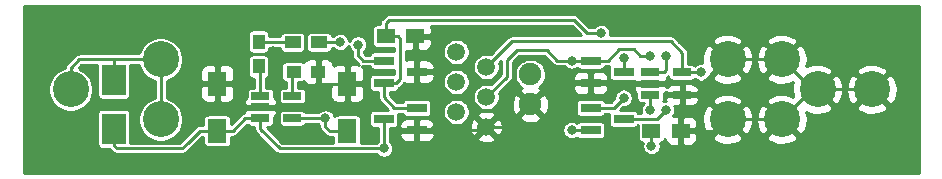
<source format=gtl>
G04 #@! TF.GenerationSoftware,KiCad,Pcbnew,(5.1.6)-1*
G04 #@! TF.CreationDate,2020-10-13T20:39:59+02:00*
G04 #@! TF.ProjectId,ChargerModule,43686172-6765-4724-9d6f-64756c652e6b,00*
G04 #@! TF.SameCoordinates,PX5f5e100PY5f5e100*
G04 #@! TF.FileFunction,Copper,L1,Top*
G04 #@! TF.FilePolarity,Positive*
%FSLAX46Y46*%
G04 Gerber Fmt 4.6, Leading zero omitted, Abs format (unit mm)*
G04 Created by KiCad (PCBNEW (5.1.6)-1) date 2020-10-13 20:39:59*
%MOMM*%
%LPD*%
G01*
G04 APERTURE LIST*
G04 #@! TA.AperFunction,ComponentPad*
%ADD10C,1.900000*%
G04 #@! TD*
G04 #@! TA.AperFunction,ComponentPad*
%ADD11C,1.500000*%
G04 #@! TD*
G04 #@! TA.AperFunction,SMDPad,CuDef*
%ADD12R,1.700000X0.800000*%
G04 #@! TD*
G04 #@! TA.AperFunction,ComponentPad*
%ADD13C,3.048000*%
G04 #@! TD*
G04 #@! TA.AperFunction,SMDPad,CuDef*
%ADD14R,1.500000X1.250000*%
G04 #@! TD*
G04 #@! TA.AperFunction,SMDPad,CuDef*
%ADD15R,1.560000X0.650000*%
G04 #@! TD*
G04 #@! TA.AperFunction,SMDPad,CuDef*
%ADD16R,1.600000X2.000000*%
G04 #@! TD*
G04 #@! TA.AperFunction,SMDPad,CuDef*
%ADD17R,1.400000X1.000000*%
G04 #@! TD*
G04 #@! TA.AperFunction,SMDPad,CuDef*
%ADD18R,1.000000X1.300000*%
G04 #@! TD*
G04 #@! TA.AperFunction,SMDPad,CuDef*
%ADD19R,1.300000X1.000000*%
G04 #@! TD*
G04 #@! TA.AperFunction,SMDPad,CuDef*
%ADD20R,2.030000X2.650000*%
G04 #@! TD*
G04 #@! TA.AperFunction,ViaPad*
%ADD21C,0.800000*%
G04 #@! TD*
G04 #@! TA.AperFunction,Conductor*
%ADD22C,0.250000*%
G04 #@! TD*
G04 #@! TA.AperFunction,Conductor*
%ADD23C,0.254000*%
G04 #@! TD*
G04 APERTURE END LIST*
D10*
X55000000Y-8770000D03*
X55000000Y-6230000D03*
D11*
X51270000Y-10675000D03*
X48730000Y-9405000D03*
X51270000Y-8135000D03*
X48730000Y-6865000D03*
X51270000Y-5595000D03*
X48730000Y-4325000D03*
D12*
X62900000Y-6000000D03*
X60100000Y-6950000D03*
X60100000Y-5050000D03*
D13*
X79320000Y-7500000D03*
X71700000Y-4960000D03*
X71700000Y-10040000D03*
X83920000Y-7500000D03*
X76300000Y-4960000D03*
X76300000Y-10040000D03*
X23700000Y-10040000D03*
X23700000Y-4960000D03*
X16080000Y-7500000D03*
D14*
X42750000Y-3000000D03*
X45250000Y-3000000D03*
D12*
X45400000Y-6000000D03*
X42600000Y-6950000D03*
X42600000Y-5050000D03*
X42600000Y-10000000D03*
X45400000Y-9050000D03*
X45400000Y-10950000D03*
X62900000Y-10000000D03*
X60100000Y-10950000D03*
X60100000Y-9050000D03*
D14*
X65250000Y-11000000D03*
X67750000Y-11000000D03*
D15*
X67850000Y-6050000D03*
X67850000Y-7950000D03*
X65150000Y-7950000D03*
X65150000Y-7000000D03*
X65150000Y-6050000D03*
D16*
X28500000Y-11000000D03*
X28500000Y-7000000D03*
X39500000Y-11000000D03*
X39500000Y-7000000D03*
D17*
X37125000Y-3500000D03*
X34875000Y-3500000D03*
D18*
X32000000Y-5550000D03*
X32000000Y-3450000D03*
D19*
X34950000Y-6000000D03*
X37050000Y-6000000D03*
D15*
X34850000Y-8050000D03*
X34850000Y-9950000D03*
X32150000Y-9950000D03*
X32150000Y-9000000D03*
X32150000Y-8050000D03*
D20*
X19750000Y-6660000D03*
X19750000Y-10840000D03*
D21*
X38900000Y-3500000D03*
X37650000Y-9950000D03*
X42600000Y-12500000D03*
X58500000Y-10950000D03*
X61000000Y-2700000D03*
X69450000Y-6050000D03*
X65250000Y-12300000D03*
X66500000Y-4650000D03*
X66500000Y-9250000D03*
X65150000Y-9250000D03*
X65150000Y-4650000D03*
X40400000Y-3700000D03*
X58500000Y-5050000D03*
X62900000Y-8200000D03*
X62900000Y-4850000D03*
X26500000Y-3000000D03*
X27500000Y-3000000D03*
X28500000Y-3000000D03*
X29500000Y-3000000D03*
X30500000Y-3000000D03*
X26500000Y-4000000D03*
X27500000Y-4000000D03*
X28500000Y-4000000D03*
X35000000Y-11500000D03*
X30500000Y-9000000D03*
X36000000Y-11500000D03*
X37000000Y-11500000D03*
X33250000Y-5250000D03*
X33250000Y-4250000D03*
X30500000Y-11750000D03*
X30500000Y-13250000D03*
X31500000Y-13250000D03*
X32500000Y-13250000D03*
X29500000Y-13250000D03*
X28500000Y-13250000D03*
X26500000Y-1750000D03*
X27500000Y-1750000D03*
X28500000Y-1750000D03*
X29500000Y-1750000D03*
X30500000Y-1750000D03*
X79500000Y-3500000D03*
X80500000Y-3500000D03*
X81500000Y-3500000D03*
X82500000Y-3500000D03*
X83500000Y-3500000D03*
X84500000Y-3500000D03*
X85500000Y-3500000D03*
X81500000Y-4500000D03*
X82500000Y-4500000D03*
X83500000Y-4500000D03*
X84500000Y-4500000D03*
X85500000Y-4500000D03*
X80500000Y-4500000D03*
X79500000Y-4500000D03*
X83500000Y-10500000D03*
X85500000Y-11500000D03*
X82500000Y-10500000D03*
X84500000Y-11500000D03*
X83500000Y-11500000D03*
X84500000Y-10500000D03*
X80500000Y-10500000D03*
X82500000Y-11500000D03*
X80500000Y-11500000D03*
X81500000Y-10500000D03*
X81500000Y-11500000D03*
X79500000Y-11500000D03*
X79500000Y-10500000D03*
X85500000Y-10500000D03*
X41250000Y-8750000D03*
X46850000Y-8050000D03*
D22*
X36750000Y-9950000D02*
X34850000Y-9950000D01*
X37125000Y-3500000D02*
X38900000Y-3500000D01*
X37650000Y-9950000D02*
X36750000Y-9950000D01*
X37650000Y-9950000D02*
X37650000Y-10650000D01*
X38000000Y-11000000D02*
X39500000Y-11000000D01*
X37650000Y-10650000D02*
X38000000Y-11000000D01*
X30850000Y-9950000D02*
X29800000Y-11000000D01*
X32150000Y-9950000D02*
X30850000Y-9950000D01*
X29800000Y-11000000D02*
X28500000Y-11000000D01*
X27050000Y-11000000D02*
X28500000Y-11000000D01*
X27000000Y-11000000D02*
X27050000Y-11000000D01*
X26000000Y-12000000D02*
X27000000Y-11000000D01*
X19750000Y-10840000D02*
X19750000Y-12250000D01*
X19750000Y-12250000D02*
X20000000Y-12500000D01*
X25500000Y-12500000D02*
X26000000Y-12000000D01*
X20000000Y-12500000D02*
X25500000Y-12500000D01*
X42600000Y-10000000D02*
X42600000Y-12500000D01*
X32150000Y-10850000D02*
X32150000Y-9950000D01*
X42600000Y-12500000D02*
X33800000Y-12500000D01*
X33800000Y-12500000D02*
X32150000Y-10850000D01*
X34825000Y-3450000D02*
X34875000Y-3500000D01*
X32000000Y-3450000D02*
X34825000Y-3450000D01*
X32150000Y-5700000D02*
X32000000Y-5550000D01*
X32150000Y-8050000D02*
X32150000Y-5700000D01*
X34850000Y-6100000D02*
X34950000Y-6000000D01*
X34850000Y-8050000D02*
X34850000Y-6100000D01*
X60100000Y-10950000D02*
X58500000Y-10950000D01*
X42600000Y-6950000D02*
X42600000Y-8150000D01*
X43500000Y-9050000D02*
X45400000Y-9050000D01*
X42600000Y-8150000D02*
X43500000Y-9050000D01*
X43650000Y-6950000D02*
X42600000Y-6950000D01*
X44000000Y-6600000D02*
X43650000Y-6950000D01*
X44000000Y-3200000D02*
X44000000Y-6600000D01*
X42750000Y-3000000D02*
X43800000Y-3000000D01*
X43800000Y-3000000D02*
X44000000Y-3200000D01*
X42750000Y-3000000D02*
X42750000Y-1900000D01*
X42750000Y-1900000D02*
X43050000Y-1600000D01*
X43050000Y-1600000D02*
X58700000Y-1600000D01*
X58700000Y-1600000D02*
X59800000Y-2700000D01*
X59800000Y-2700000D02*
X61000000Y-2700000D01*
X67850000Y-6050000D02*
X69450000Y-6050000D01*
X65250000Y-11000000D02*
X65250000Y-12300000D01*
X67850000Y-4400000D02*
X67850000Y-6050000D01*
X51270000Y-5595000D02*
X53439999Y-3425001D01*
X66875001Y-3425001D02*
X67850000Y-4400000D01*
X53439999Y-3425001D02*
X66875001Y-3425001D01*
X23700000Y-10040000D02*
X23700000Y-4960000D01*
X16080000Y-7500000D02*
X16080000Y-5670000D01*
X16080000Y-5670000D02*
X16790000Y-4960000D01*
X19750000Y-5000000D02*
X19710000Y-4960000D01*
X19750000Y-6660000D02*
X19750000Y-5000000D01*
X16790000Y-4960000D02*
X19710000Y-4960000D01*
X19710000Y-4960000D02*
X23700000Y-4960000D01*
X65150000Y-6050000D02*
X66300000Y-6050000D01*
X66300000Y-6050000D02*
X66500000Y-5850000D01*
X66500000Y-5850000D02*
X66500000Y-4650000D01*
X64850000Y-10000000D02*
X65750000Y-10000000D01*
X64850000Y-10000000D02*
X62900000Y-10000000D01*
X65750000Y-10000000D02*
X66500000Y-9250000D01*
X65150000Y-7950000D02*
X65150000Y-9250000D01*
X65150000Y-4650000D02*
X64300000Y-4650000D01*
X64300000Y-4650000D02*
X63750000Y-4100000D01*
X63750000Y-4100000D02*
X62500000Y-4100000D01*
X61550000Y-5050000D02*
X60100000Y-5050000D01*
X62500000Y-4100000D02*
X61550000Y-5050000D01*
X42600000Y-5050000D02*
X40850000Y-5050000D01*
X40850000Y-5050000D02*
X40400000Y-4600000D01*
X40400000Y-4600000D02*
X40400000Y-3700000D01*
X58500000Y-5050000D02*
X60100000Y-5050000D01*
X51270000Y-8135000D02*
X53000000Y-6405000D01*
X53000000Y-6405000D02*
X53000000Y-5000000D01*
X53000000Y-5000000D02*
X53850000Y-4150000D01*
X53850000Y-4150000D02*
X56400000Y-4150000D01*
X57300000Y-5050000D02*
X58500000Y-5050000D01*
X56400000Y-4150000D02*
X57300000Y-5050000D01*
X62050000Y-9050000D02*
X62900000Y-8200000D01*
X60100000Y-9050000D02*
X62050000Y-9050000D01*
X62900000Y-6000000D02*
X62900000Y-4850000D01*
X32150000Y-9000000D02*
X36400000Y-9000000D01*
X36400000Y-9000000D02*
X37050000Y-8350000D01*
X37100000Y-7000000D02*
X37050000Y-6950000D01*
X39500000Y-7000000D02*
X37100000Y-7000000D01*
X37050000Y-6000000D02*
X37050000Y-6950000D01*
X37050000Y-6950000D02*
X37050000Y-8350000D01*
X71700000Y-4960000D02*
X76300000Y-4960000D01*
X76300000Y-4960000D02*
X78840000Y-7500000D01*
X79320000Y-7500000D02*
X83920000Y-7500000D01*
X71700000Y-10040000D02*
X76300000Y-10040000D01*
X78840000Y-7500000D02*
X79320000Y-7500000D01*
X76300000Y-10040000D02*
X78840000Y-7500000D01*
X60150000Y-7000000D02*
X60100000Y-6950000D01*
X65150000Y-7000000D02*
X60150000Y-7000000D01*
X65150000Y-7000000D02*
X67600000Y-7000000D01*
X67850000Y-7250000D02*
X67850000Y-7950000D01*
X67600000Y-7000000D02*
X67850000Y-7250000D01*
X67750000Y-8050000D02*
X67850000Y-7950000D01*
X67750000Y-11000000D02*
X67750000Y-8050000D01*
X32150000Y-9000000D02*
X29200000Y-9000000D01*
X28500000Y-8300000D02*
X28500000Y-7000000D01*
X29200000Y-9000000D02*
X28500000Y-8300000D01*
X70740000Y-11000000D02*
X71700000Y-10040000D01*
X67750000Y-11000000D02*
X70740000Y-11000000D01*
X45400000Y-10950000D02*
X46500000Y-10950000D01*
X46500000Y-10950000D02*
X46900000Y-10550000D01*
X46550000Y-3000000D02*
X45250000Y-3000000D01*
X46900000Y-3350000D02*
X46550000Y-3000000D01*
X45400000Y-6000000D02*
X46900000Y-6000000D01*
X46900000Y-6000000D02*
X46900000Y-3350000D01*
X39500000Y-7000000D02*
X39500000Y-7200000D01*
X46900000Y-10550000D02*
X46900000Y-8100000D01*
X46900000Y-8100000D02*
X46900000Y-6000000D01*
X39500000Y-7000000D02*
X39500000Y-8400000D01*
X39500000Y-8400000D02*
X39500000Y-8450000D01*
X39500000Y-8450000D02*
X39800000Y-8750000D01*
X39800000Y-8750000D02*
X41250000Y-8750000D01*
X50995000Y-10950000D02*
X51270000Y-10675000D01*
X45400000Y-10950000D02*
X50995000Y-10950000D01*
X53095000Y-10675000D02*
X55000000Y-8770000D01*
X51270000Y-10675000D02*
X53095000Y-10675000D01*
X56820000Y-6950000D02*
X60100000Y-6950000D01*
X55000000Y-8770000D02*
X56820000Y-6950000D01*
D23*
G36*
X87873000Y-14594000D02*
G01*
X12127000Y-14594000D01*
X12127000Y-9515000D01*
X18352157Y-9515000D01*
X18352157Y-12165000D01*
X18359513Y-12239689D01*
X18381299Y-12311508D01*
X18416678Y-12377696D01*
X18464289Y-12435711D01*
X18522304Y-12483322D01*
X18588492Y-12518701D01*
X18660311Y-12540487D01*
X18735000Y-12547843D01*
X19339851Y-12547843D01*
X19390474Y-12609527D01*
X19409781Y-12625372D01*
X19624624Y-12840215D01*
X19640473Y-12859527D01*
X19717521Y-12922759D01*
X19805425Y-12969745D01*
X19878607Y-12991944D01*
X19900806Y-12998678D01*
X19910694Y-12999652D01*
X19975146Y-13006000D01*
X19975153Y-13006000D01*
X19999999Y-13008447D01*
X20024845Y-13006000D01*
X25475154Y-13006000D01*
X25500000Y-13008447D01*
X25524846Y-13006000D01*
X25524854Y-13006000D01*
X25599193Y-12998678D01*
X25694575Y-12969745D01*
X25782479Y-12922759D01*
X25859527Y-12859527D01*
X25875376Y-12840215D01*
X26375370Y-12340222D01*
X26375374Y-12340217D01*
X27209592Y-11506000D01*
X27317157Y-11506000D01*
X27317157Y-12000000D01*
X27324513Y-12074689D01*
X27346299Y-12146508D01*
X27381678Y-12212696D01*
X27429289Y-12270711D01*
X27487304Y-12318322D01*
X27553492Y-12353701D01*
X27625311Y-12375487D01*
X27700000Y-12382843D01*
X29300000Y-12382843D01*
X29374689Y-12375487D01*
X29446508Y-12353701D01*
X29512696Y-12318322D01*
X29570711Y-12270711D01*
X29618322Y-12212696D01*
X29653701Y-12146508D01*
X29675487Y-12074689D01*
X29682843Y-12000000D01*
X29682843Y-11506000D01*
X29775154Y-11506000D01*
X29800000Y-11508447D01*
X29824846Y-11506000D01*
X29824854Y-11506000D01*
X29899193Y-11498678D01*
X29994575Y-11469745D01*
X30082479Y-11422759D01*
X30159527Y-11359527D01*
X30175376Y-11340215D01*
X31043394Y-10472198D01*
X31051678Y-10487696D01*
X31099289Y-10545711D01*
X31157304Y-10593322D01*
X31223492Y-10628701D01*
X31295311Y-10650487D01*
X31370000Y-10657843D01*
X31644000Y-10657843D01*
X31644000Y-10825153D01*
X31641553Y-10850000D01*
X31644000Y-10874846D01*
X31644000Y-10874853D01*
X31651322Y-10949192D01*
X31680255Y-11044574D01*
X31727241Y-11132479D01*
X31790473Y-11209527D01*
X31809785Y-11225376D01*
X33424628Y-12840220D01*
X33440473Y-12859527D01*
X33517521Y-12922759D01*
X33605425Y-12969745D01*
X33678607Y-12991944D01*
X33700806Y-12998678D01*
X33710694Y-12999652D01*
X33775146Y-13006000D01*
X33775153Y-13006000D01*
X33799999Y-13008447D01*
X33824845Y-13006000D01*
X42001499Y-13006000D01*
X42102141Y-13106642D01*
X42230058Y-13192113D01*
X42372191Y-13250987D01*
X42523078Y-13281000D01*
X42676922Y-13281000D01*
X42827809Y-13250987D01*
X42969942Y-13192113D01*
X43097859Y-13106642D01*
X43206642Y-12997859D01*
X43292113Y-12869942D01*
X43350987Y-12727809D01*
X43381000Y-12576922D01*
X43381000Y-12423078D01*
X43350987Y-12272191D01*
X43292113Y-12130058D01*
X43206642Y-12002141D01*
X43106000Y-11901499D01*
X43106000Y-11350000D01*
X43911928Y-11350000D01*
X43924188Y-11474482D01*
X43960498Y-11594180D01*
X44019463Y-11704494D01*
X44098815Y-11801185D01*
X44195506Y-11880537D01*
X44305820Y-11939502D01*
X44425518Y-11975812D01*
X44550000Y-11988072D01*
X45114250Y-11985000D01*
X45273000Y-11826250D01*
X45273000Y-11077000D01*
X45527000Y-11077000D01*
X45527000Y-11826250D01*
X45685750Y-11985000D01*
X46250000Y-11988072D01*
X46374482Y-11975812D01*
X46494180Y-11939502D01*
X46604494Y-11880537D01*
X46701185Y-11801185D01*
X46780537Y-11704494D01*
X46819290Y-11631993D01*
X50492612Y-11631993D01*
X50558137Y-11870860D01*
X50805116Y-11986760D01*
X51069960Y-12052250D01*
X51342492Y-12064812D01*
X51612238Y-12023965D01*
X51868832Y-11931277D01*
X51981863Y-11870860D01*
X52047388Y-11631993D01*
X51270000Y-10854605D01*
X50492612Y-11631993D01*
X46819290Y-11631993D01*
X46839502Y-11594180D01*
X46875812Y-11474482D01*
X46888072Y-11350000D01*
X46885000Y-11235750D01*
X46726250Y-11077000D01*
X45527000Y-11077000D01*
X45273000Y-11077000D01*
X44073750Y-11077000D01*
X43915000Y-11235750D01*
X43911928Y-11350000D01*
X43106000Y-11350000D01*
X43106000Y-10782843D01*
X43450000Y-10782843D01*
X43524689Y-10775487D01*
X43596508Y-10753701D01*
X43662696Y-10718322D01*
X43720711Y-10670711D01*
X43768322Y-10612696D01*
X43801834Y-10550000D01*
X43911928Y-10550000D01*
X43915000Y-10664250D01*
X44073750Y-10823000D01*
X45273000Y-10823000D01*
X45273000Y-10073750D01*
X45527000Y-10073750D01*
X45527000Y-10823000D01*
X46726250Y-10823000D01*
X46801758Y-10747492D01*
X49880188Y-10747492D01*
X49921035Y-11017238D01*
X50013723Y-11273832D01*
X50074140Y-11386863D01*
X50313007Y-11452388D01*
X51090395Y-10675000D01*
X51449605Y-10675000D01*
X52226993Y-11452388D01*
X52465860Y-11386863D01*
X52581760Y-11139884D01*
X52647250Y-10875040D01*
X52647340Y-10873078D01*
X57719000Y-10873078D01*
X57719000Y-11026922D01*
X57749013Y-11177809D01*
X57807887Y-11319942D01*
X57893358Y-11447859D01*
X58002141Y-11556642D01*
X58130058Y-11642113D01*
X58272191Y-11700987D01*
X58423078Y-11731000D01*
X58576922Y-11731000D01*
X58727809Y-11700987D01*
X58869942Y-11642113D01*
X58951907Y-11587346D01*
X58979289Y-11620711D01*
X59037304Y-11668322D01*
X59103492Y-11703701D01*
X59175311Y-11725487D01*
X59250000Y-11732843D01*
X60950000Y-11732843D01*
X61024689Y-11725487D01*
X61096508Y-11703701D01*
X61162696Y-11668322D01*
X61220711Y-11620711D01*
X61268322Y-11562696D01*
X61303701Y-11496508D01*
X61325487Y-11424689D01*
X61332843Y-11350000D01*
X61332843Y-10550000D01*
X61325487Y-10475311D01*
X61303701Y-10403492D01*
X61268322Y-10337304D01*
X61220711Y-10279289D01*
X61162696Y-10231678D01*
X61096508Y-10196299D01*
X61024689Y-10174513D01*
X60950000Y-10167157D01*
X59250000Y-10167157D01*
X59175311Y-10174513D01*
X59103492Y-10196299D01*
X59037304Y-10231678D01*
X58979289Y-10279289D01*
X58951907Y-10312654D01*
X58869942Y-10257887D01*
X58727809Y-10199013D01*
X58576922Y-10169000D01*
X58423078Y-10169000D01*
X58272191Y-10199013D01*
X58130058Y-10257887D01*
X58002141Y-10343358D01*
X57893358Y-10452141D01*
X57807887Y-10580058D01*
X57749013Y-10722191D01*
X57719000Y-10873078D01*
X52647340Y-10873078D01*
X52659812Y-10602508D01*
X52618965Y-10332762D01*
X52526277Y-10076168D01*
X52465860Y-9963137D01*
X52226993Y-9897612D01*
X51449605Y-10675000D01*
X51090395Y-10675000D01*
X50313007Y-9897612D01*
X50074140Y-9963137D01*
X49958240Y-10210116D01*
X49892750Y-10474960D01*
X49880188Y-10747492D01*
X46801758Y-10747492D01*
X46885000Y-10664250D01*
X46888072Y-10550000D01*
X46875812Y-10425518D01*
X46839502Y-10305820D01*
X46780537Y-10195506D01*
X46701185Y-10098815D01*
X46604494Y-10019463D01*
X46494180Y-9960498D01*
X46374482Y-9924188D01*
X46250000Y-9911928D01*
X45685750Y-9915000D01*
X45527000Y-10073750D01*
X45273000Y-10073750D01*
X45114250Y-9915000D01*
X44550000Y-9911928D01*
X44425518Y-9924188D01*
X44305820Y-9960498D01*
X44195506Y-10019463D01*
X44098815Y-10098815D01*
X44019463Y-10195506D01*
X43960498Y-10305820D01*
X43924188Y-10425518D01*
X43911928Y-10550000D01*
X43801834Y-10550000D01*
X43803701Y-10546508D01*
X43825487Y-10474689D01*
X43832843Y-10400000D01*
X43832843Y-9600000D01*
X43828510Y-9556000D01*
X44184011Y-9556000D01*
X44196299Y-9596508D01*
X44231678Y-9662696D01*
X44279289Y-9720711D01*
X44337304Y-9768322D01*
X44403492Y-9803701D01*
X44475311Y-9825487D01*
X44550000Y-9832843D01*
X46250000Y-9832843D01*
X46324689Y-9825487D01*
X46396508Y-9803701D01*
X46462696Y-9768322D01*
X46520711Y-9720711D01*
X46568322Y-9662696D01*
X46603701Y-9596508D01*
X46625487Y-9524689D01*
X46632843Y-9450000D01*
X46632843Y-9293606D01*
X47599000Y-9293606D01*
X47599000Y-9516394D01*
X47642464Y-9734900D01*
X47727721Y-9940729D01*
X47851495Y-10125970D01*
X48009030Y-10283505D01*
X48194271Y-10407279D01*
X48400100Y-10492536D01*
X48618606Y-10536000D01*
X48841394Y-10536000D01*
X49059900Y-10492536D01*
X49265729Y-10407279D01*
X49450970Y-10283505D01*
X49608505Y-10125970D01*
X49732279Y-9940729D01*
X49817536Y-9734900D01*
X49820896Y-9718007D01*
X50492612Y-9718007D01*
X51270000Y-10495395D01*
X51895643Y-9869752D01*
X54079853Y-9869752D01*
X54169579Y-10129042D01*
X54450671Y-10264935D01*
X54752873Y-10343379D01*
X55064573Y-10361359D01*
X55373791Y-10318184D01*
X55668644Y-10215513D01*
X55830421Y-10129042D01*
X55920147Y-9869752D01*
X55000000Y-8949605D01*
X54079853Y-9869752D01*
X51895643Y-9869752D01*
X52047388Y-9718007D01*
X51981863Y-9479140D01*
X51734884Y-9363240D01*
X51470040Y-9297750D01*
X51197508Y-9285188D01*
X50927762Y-9326035D01*
X50671168Y-9418723D01*
X50558137Y-9479140D01*
X50492612Y-9718007D01*
X49820896Y-9718007D01*
X49861000Y-9516394D01*
X49861000Y-9293606D01*
X49817536Y-9075100D01*
X49732279Y-8869271D01*
X49608505Y-8684030D01*
X49450970Y-8526495D01*
X49265729Y-8402721D01*
X49059900Y-8317464D01*
X48841394Y-8274000D01*
X48618606Y-8274000D01*
X48400100Y-8317464D01*
X48194271Y-8402721D01*
X48009030Y-8526495D01*
X47851495Y-8684030D01*
X47727721Y-8869271D01*
X47642464Y-9075100D01*
X47599000Y-9293606D01*
X46632843Y-9293606D01*
X46632843Y-8650000D01*
X46625487Y-8575311D01*
X46603701Y-8503492D01*
X46568322Y-8437304D01*
X46520711Y-8379289D01*
X46462696Y-8331678D01*
X46396508Y-8296299D01*
X46324689Y-8274513D01*
X46250000Y-8267157D01*
X44550000Y-8267157D01*
X44475311Y-8274513D01*
X44403492Y-8296299D01*
X44337304Y-8331678D01*
X44279289Y-8379289D01*
X44231678Y-8437304D01*
X44196299Y-8503492D01*
X44184011Y-8544000D01*
X43709592Y-8544000D01*
X43106000Y-7940409D01*
X43106000Y-7732843D01*
X43450000Y-7732843D01*
X43524689Y-7725487D01*
X43596508Y-7703701D01*
X43662696Y-7668322D01*
X43720711Y-7620711D01*
X43768322Y-7562696D01*
X43803701Y-7496508D01*
X43825204Y-7425621D01*
X43844575Y-7419745D01*
X43932479Y-7372759D01*
X44009527Y-7309527D01*
X44025376Y-7290215D01*
X44321372Y-6994220D01*
X44425518Y-7025812D01*
X44550000Y-7038072D01*
X45114250Y-7035000D01*
X45273000Y-6876250D01*
X45273000Y-6127000D01*
X45527000Y-6127000D01*
X45527000Y-6876250D01*
X45685750Y-7035000D01*
X46250000Y-7038072D01*
X46374482Y-7025812D01*
X46494180Y-6989502D01*
X46604494Y-6930537D01*
X46701185Y-6851185D01*
X46780537Y-6754494D01*
X46781011Y-6753606D01*
X47599000Y-6753606D01*
X47599000Y-6976394D01*
X47642464Y-7194900D01*
X47727721Y-7400729D01*
X47851495Y-7585970D01*
X48009030Y-7743505D01*
X48194271Y-7867279D01*
X48400100Y-7952536D01*
X48618606Y-7996000D01*
X48841394Y-7996000D01*
X49059900Y-7952536D01*
X49265729Y-7867279D01*
X49450970Y-7743505D01*
X49608505Y-7585970D01*
X49732279Y-7400729D01*
X49817536Y-7194900D01*
X49861000Y-6976394D01*
X49861000Y-6753606D01*
X49817536Y-6535100D01*
X49732279Y-6329271D01*
X49608505Y-6144030D01*
X49450970Y-5986495D01*
X49265729Y-5862721D01*
X49059900Y-5777464D01*
X48841394Y-5734000D01*
X48618606Y-5734000D01*
X48400100Y-5777464D01*
X48194271Y-5862721D01*
X48009030Y-5986495D01*
X47851495Y-6144030D01*
X47727721Y-6329271D01*
X47642464Y-6535100D01*
X47599000Y-6753606D01*
X46781011Y-6753606D01*
X46839502Y-6644180D01*
X46875812Y-6524482D01*
X46888072Y-6400000D01*
X46885000Y-6285750D01*
X46726250Y-6127000D01*
X45527000Y-6127000D01*
X45273000Y-6127000D01*
X45253000Y-6127000D01*
X45253000Y-5873000D01*
X45273000Y-5873000D01*
X45273000Y-5123750D01*
X45527000Y-5123750D01*
X45527000Y-5873000D01*
X46726250Y-5873000D01*
X46885000Y-5714250D01*
X46888072Y-5600000D01*
X46875812Y-5475518D01*
X46839502Y-5355820D01*
X46780537Y-5245506D01*
X46701185Y-5148815D01*
X46604494Y-5069463D01*
X46494180Y-5010498D01*
X46374482Y-4974188D01*
X46250000Y-4961928D01*
X45685750Y-4965000D01*
X45527000Y-5123750D01*
X45273000Y-5123750D01*
X45114250Y-4965000D01*
X44550000Y-4961928D01*
X44506000Y-4966261D01*
X44506000Y-4263032D01*
X44964250Y-4260000D01*
X45123000Y-4101250D01*
X45123000Y-3127000D01*
X45377000Y-3127000D01*
X45377000Y-4101250D01*
X45535750Y-4260000D01*
X46000000Y-4263072D01*
X46124482Y-4250812D01*
X46244180Y-4214502D01*
X46245856Y-4213606D01*
X47599000Y-4213606D01*
X47599000Y-4436394D01*
X47642464Y-4654900D01*
X47727721Y-4860729D01*
X47851495Y-5045970D01*
X48009030Y-5203505D01*
X48194271Y-5327279D01*
X48400100Y-5412536D01*
X48618606Y-5456000D01*
X48841394Y-5456000D01*
X49059900Y-5412536D01*
X49265729Y-5327279D01*
X49450970Y-5203505D01*
X49608505Y-5045970D01*
X49732279Y-4860729D01*
X49817536Y-4654900D01*
X49861000Y-4436394D01*
X49861000Y-4213606D01*
X49817536Y-3995100D01*
X49732279Y-3789271D01*
X49608505Y-3604030D01*
X49450970Y-3446495D01*
X49265729Y-3322721D01*
X49059900Y-3237464D01*
X48841394Y-3194000D01*
X48618606Y-3194000D01*
X48400100Y-3237464D01*
X48194271Y-3322721D01*
X48009030Y-3446495D01*
X47851495Y-3604030D01*
X47727721Y-3789271D01*
X47642464Y-3995100D01*
X47599000Y-4213606D01*
X46245856Y-4213606D01*
X46354494Y-4155537D01*
X46451185Y-4076185D01*
X46530537Y-3979494D01*
X46589502Y-3869180D01*
X46625812Y-3749482D01*
X46638072Y-3625000D01*
X46635000Y-3285750D01*
X46476250Y-3127000D01*
X45377000Y-3127000D01*
X45123000Y-3127000D01*
X45103000Y-3127000D01*
X45103000Y-2873000D01*
X45123000Y-2873000D01*
X45123000Y-2853000D01*
X45377000Y-2853000D01*
X45377000Y-2873000D01*
X46476250Y-2873000D01*
X46635000Y-2714250D01*
X46638072Y-2375000D01*
X46625812Y-2250518D01*
X46589502Y-2130820D01*
X46576235Y-2106000D01*
X58490409Y-2106000D01*
X59303409Y-2919001D01*
X53464844Y-2919001D01*
X53439998Y-2916554D01*
X53415152Y-2919001D01*
X53415145Y-2919001D01*
X53340806Y-2926323D01*
X53245424Y-2955256D01*
X53157520Y-3002242D01*
X53080472Y-3065474D01*
X53064627Y-3084781D01*
X51629630Y-4519779D01*
X51599900Y-4507464D01*
X51381394Y-4464000D01*
X51158606Y-4464000D01*
X50940100Y-4507464D01*
X50734271Y-4592721D01*
X50549030Y-4716495D01*
X50391495Y-4874030D01*
X50267721Y-5059271D01*
X50182464Y-5265100D01*
X50139000Y-5483606D01*
X50139000Y-5706394D01*
X50182464Y-5924900D01*
X50267721Y-6130729D01*
X50391495Y-6315970D01*
X50549030Y-6473505D01*
X50734271Y-6597279D01*
X50940100Y-6682536D01*
X51158606Y-6726000D01*
X51381394Y-6726000D01*
X51599900Y-6682536D01*
X51805729Y-6597279D01*
X51990970Y-6473505D01*
X52148505Y-6315970D01*
X52272279Y-6130729D01*
X52357536Y-5924900D01*
X52401000Y-5706394D01*
X52401000Y-5483606D01*
X52357536Y-5265100D01*
X52345221Y-5235370D01*
X52494001Y-5086590D01*
X52494000Y-6195408D01*
X51629630Y-7059779D01*
X51599900Y-7047464D01*
X51381394Y-7004000D01*
X51158606Y-7004000D01*
X50940100Y-7047464D01*
X50734271Y-7132721D01*
X50549030Y-7256495D01*
X50391495Y-7414030D01*
X50267721Y-7599271D01*
X50182464Y-7805100D01*
X50139000Y-8023606D01*
X50139000Y-8246394D01*
X50182464Y-8464900D01*
X50267721Y-8670729D01*
X50391495Y-8855970D01*
X50549030Y-9013505D01*
X50734271Y-9137279D01*
X50940100Y-9222536D01*
X51158606Y-9266000D01*
X51381394Y-9266000D01*
X51599900Y-9222536D01*
X51805729Y-9137279D01*
X51990970Y-9013505D01*
X52148505Y-8855970D01*
X52162802Y-8834573D01*
X53408641Y-8834573D01*
X53451816Y-9143791D01*
X53554487Y-9438644D01*
X53640958Y-9600421D01*
X53900248Y-9690147D01*
X54820395Y-8770000D01*
X55179605Y-8770000D01*
X56099752Y-9690147D01*
X56359042Y-9600421D01*
X56494935Y-9319329D01*
X56573379Y-9017127D01*
X56591359Y-8705427D01*
X56583620Y-8650000D01*
X58867157Y-8650000D01*
X58867157Y-9450000D01*
X58874513Y-9524689D01*
X58896299Y-9596508D01*
X58931678Y-9662696D01*
X58979289Y-9720711D01*
X59037304Y-9768322D01*
X59103492Y-9803701D01*
X59175311Y-9825487D01*
X59250000Y-9832843D01*
X60950000Y-9832843D01*
X61024689Y-9825487D01*
X61096508Y-9803701D01*
X61162696Y-9768322D01*
X61220711Y-9720711D01*
X61268322Y-9662696D01*
X61303701Y-9596508D01*
X61315989Y-9556000D01*
X61671490Y-9556000D01*
X61667157Y-9600000D01*
X61667157Y-10400000D01*
X61674513Y-10474689D01*
X61696299Y-10546508D01*
X61731678Y-10612696D01*
X61779289Y-10670711D01*
X61837304Y-10718322D01*
X61903492Y-10753701D01*
X61975311Y-10775487D01*
X62050000Y-10782843D01*
X63750000Y-10782843D01*
X63824689Y-10775487D01*
X63896508Y-10753701D01*
X63962696Y-10718322D01*
X64020711Y-10670711D01*
X64068322Y-10612696D01*
X64103701Y-10546508D01*
X64115989Y-10506000D01*
X64117157Y-10506000D01*
X64117157Y-11625000D01*
X64124513Y-11699689D01*
X64146299Y-11771508D01*
X64181678Y-11837696D01*
X64229289Y-11895711D01*
X64287304Y-11943322D01*
X64353492Y-11978701D01*
X64425311Y-12000487D01*
X64500000Y-12007843D01*
X64525667Y-12007843D01*
X64499013Y-12072191D01*
X64469000Y-12223078D01*
X64469000Y-12376922D01*
X64499013Y-12527809D01*
X64557887Y-12669942D01*
X64643358Y-12797859D01*
X64752141Y-12906642D01*
X64880058Y-12992113D01*
X65022191Y-13050987D01*
X65173078Y-13081000D01*
X65326922Y-13081000D01*
X65477809Y-13050987D01*
X65619942Y-12992113D01*
X65747859Y-12906642D01*
X65856642Y-12797859D01*
X65942113Y-12669942D01*
X66000987Y-12527809D01*
X66031000Y-12376922D01*
X66031000Y-12223078D01*
X66000987Y-12072191D01*
X65974333Y-12007843D01*
X66000000Y-12007843D01*
X66074689Y-12000487D01*
X66146508Y-11978701D01*
X66212696Y-11943322D01*
X66270711Y-11895711D01*
X66318322Y-11837696D01*
X66353701Y-11771508D01*
X66370804Y-11715126D01*
X66374188Y-11749482D01*
X66410498Y-11869180D01*
X66469463Y-11979494D01*
X66548815Y-12076185D01*
X66645506Y-12155537D01*
X66755820Y-12214502D01*
X66875518Y-12250812D01*
X67000000Y-12263072D01*
X67464250Y-12260000D01*
X67623000Y-12101250D01*
X67623000Y-11127000D01*
X67877000Y-11127000D01*
X67877000Y-12101250D01*
X68035750Y-12260000D01*
X68500000Y-12263072D01*
X68624482Y-12250812D01*
X68744180Y-12214502D01*
X68854494Y-12155537D01*
X68951185Y-12076185D01*
X69030537Y-11979494D01*
X69089502Y-11869180D01*
X69125812Y-11749482D01*
X69138072Y-11625000D01*
X69137382Y-11548740D01*
X70370865Y-11548740D01*
X70529764Y-11866758D01*
X70908632Y-12059959D01*
X71317913Y-12175534D01*
X71741876Y-12209042D01*
X72164230Y-12159194D01*
X72568744Y-12027908D01*
X72870236Y-11866758D01*
X73029135Y-11548740D01*
X74970865Y-11548740D01*
X75129764Y-11866758D01*
X75508632Y-12059959D01*
X75917913Y-12175534D01*
X76341876Y-12209042D01*
X76764230Y-12159194D01*
X77168744Y-12027908D01*
X77470236Y-11866758D01*
X77629135Y-11548740D01*
X76300000Y-10219605D01*
X74970865Y-11548740D01*
X73029135Y-11548740D01*
X71700000Y-10219605D01*
X70370865Y-11548740D01*
X69137382Y-11548740D01*
X69135000Y-11285750D01*
X68976250Y-11127000D01*
X67877000Y-11127000D01*
X67623000Y-11127000D01*
X67603000Y-11127000D01*
X67603000Y-10873000D01*
X67623000Y-10873000D01*
X67623000Y-9898750D01*
X67877000Y-9898750D01*
X67877000Y-10873000D01*
X68976250Y-10873000D01*
X69135000Y-10714250D01*
X69138072Y-10375000D01*
X69125812Y-10250518D01*
X69089502Y-10130820D01*
X69063341Y-10081876D01*
X69530958Y-10081876D01*
X69580806Y-10504230D01*
X69712092Y-10908744D01*
X69873242Y-11210236D01*
X70191260Y-11369135D01*
X71520395Y-10040000D01*
X71879605Y-10040000D01*
X73208740Y-11369135D01*
X73526758Y-11210236D01*
X73719959Y-10831368D01*
X73835534Y-10422087D01*
X73862422Y-10081876D01*
X74130958Y-10081876D01*
X74180806Y-10504230D01*
X74312092Y-10908744D01*
X74473242Y-11210236D01*
X74791260Y-11369135D01*
X76120395Y-10040000D01*
X74791260Y-8710865D01*
X74473242Y-8869764D01*
X74280041Y-9248632D01*
X74164466Y-9657913D01*
X74130958Y-10081876D01*
X73862422Y-10081876D01*
X73869042Y-9998124D01*
X73819194Y-9575770D01*
X73687908Y-9171256D01*
X73526758Y-8869764D01*
X73208740Y-8710865D01*
X71879605Y-10040000D01*
X71520395Y-10040000D01*
X70191260Y-8710865D01*
X69873242Y-8869764D01*
X69680041Y-9248632D01*
X69564466Y-9657913D01*
X69530958Y-10081876D01*
X69063341Y-10081876D01*
X69030537Y-10020506D01*
X68951185Y-9923815D01*
X68854494Y-9844463D01*
X68744180Y-9785498D01*
X68624482Y-9749188D01*
X68500000Y-9736928D01*
X68035750Y-9740000D01*
X67877000Y-9898750D01*
X67623000Y-9898750D01*
X67464250Y-9740000D01*
X67113444Y-9737679D01*
X67192113Y-9619942D01*
X67250987Y-9477809D01*
X67281000Y-9326922D01*
X67281000Y-9173078D01*
X67250987Y-9022191D01*
X67205439Y-8912230D01*
X67564250Y-8910000D01*
X67723000Y-8751250D01*
X67723000Y-8077000D01*
X67977000Y-8077000D01*
X67977000Y-8751250D01*
X68135750Y-8910000D01*
X68630000Y-8913072D01*
X68754482Y-8900812D01*
X68874180Y-8864502D01*
X68984494Y-8805537D01*
X69081185Y-8726185D01*
X69160537Y-8629494D01*
X69213045Y-8531260D01*
X70370865Y-8531260D01*
X71700000Y-9860395D01*
X73029135Y-8531260D01*
X72870236Y-8213242D01*
X72491368Y-8020041D01*
X72082087Y-7904466D01*
X71658124Y-7870958D01*
X71235770Y-7920806D01*
X70831256Y-8052092D01*
X70529764Y-8213242D01*
X70370865Y-8531260D01*
X69213045Y-8531260D01*
X69219502Y-8519180D01*
X69255812Y-8399482D01*
X69268072Y-8275000D01*
X69265000Y-8235750D01*
X69106250Y-8077000D01*
X67977000Y-8077000D01*
X67723000Y-8077000D01*
X66593750Y-8077000D01*
X66435000Y-8235750D01*
X66431928Y-8275000D01*
X66444188Y-8399482D01*
X66465276Y-8469000D01*
X66423078Y-8469000D01*
X66272191Y-8499013D01*
X66221959Y-8519820D01*
X66248322Y-8487696D01*
X66283701Y-8421508D01*
X66305487Y-8349689D01*
X66312843Y-8275000D01*
X66312843Y-7832272D01*
X66381185Y-7776185D01*
X66455897Y-7685147D01*
X66593750Y-7823000D01*
X67723000Y-7823000D01*
X67723000Y-7148750D01*
X67977000Y-7148750D01*
X67977000Y-7823000D01*
X69106250Y-7823000D01*
X69265000Y-7664250D01*
X69268072Y-7625000D01*
X69255812Y-7500518D01*
X69219502Y-7380820D01*
X69160537Y-7270506D01*
X69081185Y-7173815D01*
X68984494Y-7094463D01*
X68874180Y-7035498D01*
X68754482Y-6999188D01*
X68630000Y-6986928D01*
X68135750Y-6990000D01*
X67977000Y-7148750D01*
X67723000Y-7148750D01*
X67564250Y-6990000D01*
X67070000Y-6986928D01*
X66945518Y-6999188D01*
X66825820Y-7035498D01*
X66715506Y-7094463D01*
X66618815Y-7173815D01*
X66544103Y-7264853D01*
X66406250Y-7127000D01*
X65277000Y-7127000D01*
X65277000Y-7147000D01*
X65023000Y-7147000D01*
X65023000Y-7127000D01*
X63893750Y-7127000D01*
X63735000Y-7285750D01*
X63731928Y-7325000D01*
X63744188Y-7449482D01*
X63780498Y-7569180D01*
X63839463Y-7679494D01*
X63918815Y-7776185D01*
X63987157Y-7832272D01*
X63987157Y-8275000D01*
X63994513Y-8349689D01*
X64016299Y-8421508D01*
X64051678Y-8487696D01*
X64099289Y-8545711D01*
X64157304Y-8593322D01*
X64223492Y-8628701D01*
X64295311Y-8650487D01*
X64370000Y-8657843D01*
X64637656Y-8657843D01*
X64543358Y-8752141D01*
X64457887Y-8880058D01*
X64399013Y-9022191D01*
X64369000Y-9173078D01*
X64369000Y-9326922D01*
X64399013Y-9477809D01*
X64405720Y-9494000D01*
X64115989Y-9494000D01*
X64103701Y-9453492D01*
X64068322Y-9387304D01*
X64020711Y-9329289D01*
X63962696Y-9281678D01*
X63896508Y-9246299D01*
X63824689Y-9224513D01*
X63750000Y-9217157D01*
X62598434Y-9217157D01*
X62834592Y-8981000D01*
X62976922Y-8981000D01*
X63127809Y-8950987D01*
X63269942Y-8892113D01*
X63397859Y-8806642D01*
X63506642Y-8697859D01*
X63592113Y-8569942D01*
X63650987Y-8427809D01*
X63681000Y-8276922D01*
X63681000Y-8123078D01*
X63650987Y-7972191D01*
X63592113Y-7830058D01*
X63506642Y-7702141D01*
X63397859Y-7593358D01*
X63269942Y-7507887D01*
X63127809Y-7449013D01*
X62976922Y-7419000D01*
X62823078Y-7419000D01*
X62672191Y-7449013D01*
X62530058Y-7507887D01*
X62402141Y-7593358D01*
X62293358Y-7702141D01*
X62207887Y-7830058D01*
X62149013Y-7972191D01*
X62119000Y-8123078D01*
X62119000Y-8265408D01*
X61840409Y-8544000D01*
X61315989Y-8544000D01*
X61303701Y-8503492D01*
X61268322Y-8437304D01*
X61220711Y-8379289D01*
X61162696Y-8331678D01*
X61096508Y-8296299D01*
X61024689Y-8274513D01*
X60950000Y-8267157D01*
X59250000Y-8267157D01*
X59175311Y-8274513D01*
X59103492Y-8296299D01*
X59037304Y-8331678D01*
X58979289Y-8379289D01*
X58931678Y-8437304D01*
X58896299Y-8503492D01*
X58874513Y-8575311D01*
X58867157Y-8650000D01*
X56583620Y-8650000D01*
X56548184Y-8396209D01*
X56445513Y-8101356D01*
X56359042Y-7939579D01*
X56099752Y-7849853D01*
X55179605Y-8770000D01*
X54820395Y-8770000D01*
X53900248Y-7849853D01*
X53640958Y-7939579D01*
X53505065Y-8220671D01*
X53426621Y-8522873D01*
X53408641Y-8834573D01*
X52162802Y-8834573D01*
X52272279Y-8670729D01*
X52357536Y-8464900D01*
X52401000Y-8246394D01*
X52401000Y-8023606D01*
X52357536Y-7805100D01*
X52345221Y-7775370D01*
X53340220Y-6780372D01*
X53359527Y-6764527D01*
X53422759Y-6687479D01*
X53469745Y-6599575D01*
X53493426Y-6521508D01*
X53498678Y-6504194D01*
X53501584Y-6474689D01*
X53506000Y-6429854D01*
X53506000Y-6429847D01*
X53508447Y-6405001D01*
X53506000Y-6380155D01*
X53506000Y-6098908D01*
X53669000Y-6098908D01*
X53669000Y-6361092D01*
X53720150Y-6618238D01*
X53820483Y-6860465D01*
X53966145Y-7078463D01*
X54151537Y-7263855D01*
X54281867Y-7350939D01*
X54169579Y-7410958D01*
X54079853Y-7670248D01*
X55000000Y-8590395D01*
X55920147Y-7670248D01*
X55830421Y-7410958D01*
X55713154Y-7354266D01*
X55719538Y-7350000D01*
X58611928Y-7350000D01*
X58624188Y-7474482D01*
X58660498Y-7594180D01*
X58719463Y-7704494D01*
X58798815Y-7801185D01*
X58895506Y-7880537D01*
X59005820Y-7939502D01*
X59125518Y-7975812D01*
X59250000Y-7988072D01*
X59814250Y-7985000D01*
X59973000Y-7826250D01*
X59973000Y-7077000D01*
X60227000Y-7077000D01*
X60227000Y-7826250D01*
X60385750Y-7985000D01*
X60950000Y-7988072D01*
X61074482Y-7975812D01*
X61194180Y-7939502D01*
X61304494Y-7880537D01*
X61401185Y-7801185D01*
X61480537Y-7704494D01*
X61539502Y-7594180D01*
X61575812Y-7474482D01*
X61588072Y-7350000D01*
X61585000Y-7235750D01*
X61426250Y-7077000D01*
X60227000Y-7077000D01*
X59973000Y-7077000D01*
X58773750Y-7077000D01*
X58615000Y-7235750D01*
X58611928Y-7350000D01*
X55719538Y-7350000D01*
X55848463Y-7263855D01*
X56033855Y-7078463D01*
X56179517Y-6860465D01*
X56279850Y-6618238D01*
X56293423Y-6550000D01*
X58611928Y-6550000D01*
X58615000Y-6664250D01*
X58773750Y-6823000D01*
X59973000Y-6823000D01*
X59973000Y-6073750D01*
X60227000Y-6073750D01*
X60227000Y-6823000D01*
X61426250Y-6823000D01*
X61585000Y-6664250D01*
X61588072Y-6550000D01*
X61575812Y-6425518D01*
X61539502Y-6305820D01*
X61480537Y-6195506D01*
X61401185Y-6098815D01*
X61304494Y-6019463D01*
X61194180Y-5960498D01*
X61074482Y-5924188D01*
X60950000Y-5911928D01*
X60385750Y-5915000D01*
X60227000Y-6073750D01*
X59973000Y-6073750D01*
X59814250Y-5915000D01*
X59250000Y-5911928D01*
X59125518Y-5924188D01*
X59005820Y-5960498D01*
X58895506Y-6019463D01*
X58798815Y-6098815D01*
X58719463Y-6195506D01*
X58660498Y-6305820D01*
X58624188Y-6425518D01*
X58611928Y-6550000D01*
X56293423Y-6550000D01*
X56331000Y-6361092D01*
X56331000Y-6098908D01*
X56279850Y-5841762D01*
X56179517Y-5599535D01*
X56033855Y-5381537D01*
X55848463Y-5196145D01*
X55630465Y-5050483D01*
X55388238Y-4950150D01*
X55131092Y-4899000D01*
X54868908Y-4899000D01*
X54611762Y-4950150D01*
X54369535Y-5050483D01*
X54151537Y-5196145D01*
X53966145Y-5381537D01*
X53820483Y-5599535D01*
X53720150Y-5841762D01*
X53669000Y-6098908D01*
X53506000Y-6098908D01*
X53506000Y-5209591D01*
X54059592Y-4656000D01*
X56190409Y-4656000D01*
X56924628Y-5390220D01*
X56940473Y-5409527D01*
X57017521Y-5472759D01*
X57091504Y-5512304D01*
X57105425Y-5519745D01*
X57200806Y-5548678D01*
X57210694Y-5549652D01*
X57275146Y-5556000D01*
X57275153Y-5556000D01*
X57299999Y-5558447D01*
X57324845Y-5556000D01*
X57901499Y-5556000D01*
X58002141Y-5656642D01*
X58130058Y-5742113D01*
X58272191Y-5800987D01*
X58423078Y-5831000D01*
X58576922Y-5831000D01*
X58727809Y-5800987D01*
X58869942Y-5742113D01*
X58951907Y-5687346D01*
X58979289Y-5720711D01*
X59037304Y-5768322D01*
X59103492Y-5803701D01*
X59175311Y-5825487D01*
X59250000Y-5832843D01*
X60950000Y-5832843D01*
X61024689Y-5825487D01*
X61096508Y-5803701D01*
X61162696Y-5768322D01*
X61220711Y-5720711D01*
X61268322Y-5662696D01*
X61303701Y-5596508D01*
X61315989Y-5556000D01*
X61525154Y-5556000D01*
X61550000Y-5558447D01*
X61574846Y-5556000D01*
X61574854Y-5556000D01*
X61649193Y-5548678D01*
X61672920Y-5541481D01*
X61667157Y-5600000D01*
X61667157Y-6400000D01*
X61674513Y-6474689D01*
X61696299Y-6546508D01*
X61731678Y-6612696D01*
X61779289Y-6670711D01*
X61837304Y-6718322D01*
X61903492Y-6753701D01*
X61975311Y-6775487D01*
X62050000Y-6782843D01*
X63750000Y-6782843D01*
X63798788Y-6778038D01*
X63893750Y-6873000D01*
X65023000Y-6873000D01*
X65023000Y-6853000D01*
X65277000Y-6853000D01*
X65277000Y-6873000D01*
X66406250Y-6873000D01*
X66565000Y-6714250D01*
X66568072Y-6675000D01*
X66555812Y-6550518D01*
X66539236Y-6495873D01*
X66582479Y-6472759D01*
X66659527Y-6409527D01*
X66675376Y-6390215D01*
X66687465Y-6378126D01*
X66694513Y-6449689D01*
X66716299Y-6521508D01*
X66751678Y-6587696D01*
X66799289Y-6645711D01*
X66857304Y-6693322D01*
X66923492Y-6728701D01*
X66995311Y-6750487D01*
X67070000Y-6757843D01*
X68630000Y-6757843D01*
X68704689Y-6750487D01*
X68776508Y-6728701D01*
X68842696Y-6693322D01*
X68900711Y-6645711D01*
X68918966Y-6623467D01*
X68952141Y-6656642D01*
X69080058Y-6742113D01*
X69222191Y-6800987D01*
X69373078Y-6831000D01*
X69526922Y-6831000D01*
X69677809Y-6800987D01*
X69819942Y-6742113D01*
X69947859Y-6656642D01*
X70056642Y-6547859D01*
X70109507Y-6468740D01*
X70370865Y-6468740D01*
X70529764Y-6786758D01*
X70908632Y-6979959D01*
X71317913Y-7095534D01*
X71741876Y-7129042D01*
X72164230Y-7079194D01*
X72568744Y-6947908D01*
X72870236Y-6786758D01*
X73029135Y-6468740D01*
X74970865Y-6468740D01*
X75129764Y-6786758D01*
X75508632Y-6979959D01*
X75917913Y-7095534D01*
X76341876Y-7129042D01*
X76764230Y-7079194D01*
X77168744Y-6947908D01*
X77243802Y-6907789D01*
X77184466Y-7117913D01*
X77150958Y-7541876D01*
X77200806Y-7964230D01*
X77244217Y-8097985D01*
X77091368Y-8020041D01*
X76682087Y-7904466D01*
X76258124Y-7870958D01*
X75835770Y-7920806D01*
X75431256Y-8052092D01*
X75129764Y-8213242D01*
X74970865Y-8531260D01*
X76300000Y-9860395D01*
X76314143Y-9846253D01*
X76493748Y-10025858D01*
X76479605Y-10040000D01*
X77808740Y-11369135D01*
X78126758Y-11210236D01*
X78319959Y-10831368D01*
X78435534Y-10422087D01*
X78469042Y-9998124D01*
X78419194Y-9575770D01*
X78375783Y-9442015D01*
X78528632Y-9519959D01*
X78937913Y-9635534D01*
X79361876Y-9669042D01*
X79784230Y-9619194D01*
X80188744Y-9487908D01*
X80490236Y-9326758D01*
X80649135Y-9008740D01*
X82590865Y-9008740D01*
X82749764Y-9326758D01*
X83128632Y-9519959D01*
X83537913Y-9635534D01*
X83961876Y-9669042D01*
X84384230Y-9619194D01*
X84788744Y-9487908D01*
X85090236Y-9326758D01*
X85249135Y-9008740D01*
X83920000Y-7679605D01*
X82590865Y-9008740D01*
X80649135Y-9008740D01*
X79320000Y-7679605D01*
X79305858Y-7693748D01*
X79126253Y-7514143D01*
X79140395Y-7500000D01*
X79499605Y-7500000D01*
X80828740Y-8829135D01*
X81146758Y-8670236D01*
X81339959Y-8291368D01*
X81455534Y-7882087D01*
X81482422Y-7541876D01*
X81750958Y-7541876D01*
X81800806Y-7964230D01*
X81932092Y-8368744D01*
X82093242Y-8670236D01*
X82411260Y-8829135D01*
X83740395Y-7500000D01*
X84099605Y-7500000D01*
X85428740Y-8829135D01*
X85746758Y-8670236D01*
X85939959Y-8291368D01*
X86055534Y-7882087D01*
X86089042Y-7458124D01*
X86039194Y-7035770D01*
X85907908Y-6631256D01*
X85746758Y-6329764D01*
X85428740Y-6170865D01*
X84099605Y-7500000D01*
X83740395Y-7500000D01*
X82411260Y-6170865D01*
X82093242Y-6329764D01*
X81900041Y-6708632D01*
X81784466Y-7117913D01*
X81750958Y-7541876D01*
X81482422Y-7541876D01*
X81489042Y-7458124D01*
X81439194Y-7035770D01*
X81307908Y-6631256D01*
X81146758Y-6329764D01*
X80828740Y-6170865D01*
X79499605Y-7500000D01*
X79140395Y-7500000D01*
X79126253Y-7485858D01*
X79305858Y-7306253D01*
X79320000Y-7320395D01*
X80649135Y-5991260D01*
X82590865Y-5991260D01*
X83920000Y-7320395D01*
X85249135Y-5991260D01*
X85090236Y-5673242D01*
X84711368Y-5480041D01*
X84302087Y-5364466D01*
X83878124Y-5330958D01*
X83455770Y-5380806D01*
X83051256Y-5512092D01*
X82749764Y-5673242D01*
X82590865Y-5991260D01*
X80649135Y-5991260D01*
X80490236Y-5673242D01*
X80111368Y-5480041D01*
X79702087Y-5364466D01*
X79278124Y-5330958D01*
X78855770Y-5380806D01*
X78451256Y-5512092D01*
X78376198Y-5552211D01*
X78435534Y-5342087D01*
X78469042Y-4918124D01*
X78419194Y-4495770D01*
X78287908Y-4091256D01*
X78126758Y-3789764D01*
X77808740Y-3630865D01*
X76479605Y-4960000D01*
X76493748Y-4974143D01*
X76314143Y-5153748D01*
X76300000Y-5139605D01*
X74970865Y-6468740D01*
X73029135Y-6468740D01*
X71700000Y-5139605D01*
X70370865Y-6468740D01*
X70109507Y-6468740D01*
X70142113Y-6419942D01*
X70199856Y-6280539D01*
X71520395Y-4960000D01*
X71879605Y-4960000D01*
X73208740Y-6289135D01*
X73526758Y-6130236D01*
X73719959Y-5751368D01*
X73835534Y-5342087D01*
X73862422Y-5001876D01*
X74130958Y-5001876D01*
X74180806Y-5424230D01*
X74312092Y-5828744D01*
X74473242Y-6130236D01*
X74791260Y-6289135D01*
X76120395Y-4960000D01*
X74791260Y-3630865D01*
X74473242Y-3789764D01*
X74280041Y-4168632D01*
X74164466Y-4577913D01*
X74130958Y-5001876D01*
X73862422Y-5001876D01*
X73869042Y-4918124D01*
X73819194Y-4495770D01*
X73687908Y-4091256D01*
X73526758Y-3789764D01*
X73208740Y-3630865D01*
X71879605Y-4960000D01*
X71520395Y-4960000D01*
X70191260Y-3630865D01*
X69873242Y-3789764D01*
X69680041Y-4168632D01*
X69564466Y-4577913D01*
X69530958Y-5001876D01*
X69563340Y-5276244D01*
X69526922Y-5269000D01*
X69373078Y-5269000D01*
X69222191Y-5299013D01*
X69080058Y-5357887D01*
X68952141Y-5443358D01*
X68918966Y-5476533D01*
X68900711Y-5454289D01*
X68842696Y-5406678D01*
X68776508Y-5371299D01*
X68704689Y-5349513D01*
X68630000Y-5342157D01*
X68356000Y-5342157D01*
X68356000Y-4424854D01*
X68358448Y-4400000D01*
X68348678Y-4300807D01*
X68319745Y-4205425D01*
X68315701Y-4197859D01*
X68272759Y-4117521D01*
X68209527Y-4040473D01*
X68190220Y-4024628D01*
X67616852Y-3451260D01*
X70370865Y-3451260D01*
X71700000Y-4780395D01*
X73029135Y-3451260D01*
X74970865Y-3451260D01*
X76300000Y-4780395D01*
X77629135Y-3451260D01*
X77470236Y-3133242D01*
X77091368Y-2940041D01*
X76682087Y-2824466D01*
X76258124Y-2790958D01*
X75835770Y-2840806D01*
X75431256Y-2972092D01*
X75129764Y-3133242D01*
X74970865Y-3451260D01*
X73029135Y-3451260D01*
X72870236Y-3133242D01*
X72491368Y-2940041D01*
X72082087Y-2824466D01*
X71658124Y-2790958D01*
X71235770Y-2840806D01*
X70831256Y-2972092D01*
X70529764Y-3133242D01*
X70370865Y-3451260D01*
X67616852Y-3451260D01*
X67250377Y-3084786D01*
X67234528Y-3065474D01*
X67157480Y-3002242D01*
X67069576Y-2955256D01*
X66974194Y-2926323D01*
X66899855Y-2919001D01*
X66899847Y-2919001D01*
X66875001Y-2916554D01*
X66850155Y-2919001D01*
X61752739Y-2919001D01*
X61781000Y-2776922D01*
X61781000Y-2623078D01*
X61750987Y-2472191D01*
X61692113Y-2330058D01*
X61606642Y-2202141D01*
X61497859Y-2093358D01*
X61369942Y-2007887D01*
X61227809Y-1949013D01*
X61076922Y-1919000D01*
X60923078Y-1919000D01*
X60772191Y-1949013D01*
X60630058Y-2007887D01*
X60502141Y-2093358D01*
X60401499Y-2194000D01*
X60009592Y-2194000D01*
X59075376Y-1259785D01*
X59059527Y-1240473D01*
X58982479Y-1177241D01*
X58894575Y-1130255D01*
X58799193Y-1101322D01*
X58724854Y-1094000D01*
X58724846Y-1094000D01*
X58700000Y-1091553D01*
X58675154Y-1094000D01*
X43074845Y-1094000D01*
X43049999Y-1091553D01*
X43025153Y-1094000D01*
X43025146Y-1094000D01*
X42950807Y-1101322D01*
X42855425Y-1130255D01*
X42767521Y-1177241D01*
X42690473Y-1240473D01*
X42674624Y-1259785D01*
X42409781Y-1524628D01*
X42390474Y-1540473D01*
X42327242Y-1617521D01*
X42302127Y-1664508D01*
X42280255Y-1705426D01*
X42251322Y-1800808D01*
X42241553Y-1900000D01*
X42244001Y-1924856D01*
X42244001Y-1992157D01*
X42000000Y-1992157D01*
X41925311Y-1999513D01*
X41853492Y-2021299D01*
X41787304Y-2056678D01*
X41729289Y-2104289D01*
X41681678Y-2162304D01*
X41646299Y-2228492D01*
X41624513Y-2300311D01*
X41617157Y-2375000D01*
X41617157Y-3625000D01*
X41624513Y-3699689D01*
X41646299Y-3771508D01*
X41681678Y-3837696D01*
X41729289Y-3895711D01*
X41787304Y-3943322D01*
X41853492Y-3978701D01*
X41925311Y-4000487D01*
X42000000Y-4007843D01*
X43494000Y-4007843D01*
X43494000Y-4271491D01*
X43450000Y-4267157D01*
X41750000Y-4267157D01*
X41675311Y-4274513D01*
X41603492Y-4296299D01*
X41537304Y-4331678D01*
X41479289Y-4379289D01*
X41431678Y-4437304D01*
X41396299Y-4503492D01*
X41384011Y-4544000D01*
X41059592Y-4544000D01*
X40906000Y-4390409D01*
X40906000Y-4298501D01*
X41006642Y-4197859D01*
X41092113Y-4069942D01*
X41150987Y-3927809D01*
X41181000Y-3776922D01*
X41181000Y-3623078D01*
X41150987Y-3472191D01*
X41092113Y-3330058D01*
X41006642Y-3202141D01*
X40897859Y-3093358D01*
X40769942Y-3007887D01*
X40627809Y-2949013D01*
X40476922Y-2919000D01*
X40323078Y-2919000D01*
X40172191Y-2949013D01*
X40030058Y-3007887D01*
X39902141Y-3093358D01*
X39793358Y-3202141D01*
X39707887Y-3330058D01*
X39677223Y-3404088D01*
X39650987Y-3272191D01*
X39592113Y-3130058D01*
X39506642Y-3002141D01*
X39397859Y-2893358D01*
X39269942Y-2807887D01*
X39127809Y-2749013D01*
X38976922Y-2719000D01*
X38823078Y-2719000D01*
X38672191Y-2749013D01*
X38530058Y-2807887D01*
X38402141Y-2893358D01*
X38301499Y-2994000D01*
X38207252Y-2994000D01*
X38200487Y-2925311D01*
X38178701Y-2853492D01*
X38143322Y-2787304D01*
X38095711Y-2729289D01*
X38037696Y-2681678D01*
X37971508Y-2646299D01*
X37899689Y-2624513D01*
X37825000Y-2617157D01*
X36425000Y-2617157D01*
X36350311Y-2624513D01*
X36278492Y-2646299D01*
X36212304Y-2681678D01*
X36154289Y-2729289D01*
X36106678Y-2787304D01*
X36071299Y-2853492D01*
X36049513Y-2925311D01*
X36042157Y-3000000D01*
X36042157Y-4000000D01*
X36049513Y-4074689D01*
X36071299Y-4146508D01*
X36106678Y-4212696D01*
X36154289Y-4270711D01*
X36212304Y-4318322D01*
X36278492Y-4353701D01*
X36350311Y-4375487D01*
X36425000Y-4382843D01*
X37825000Y-4382843D01*
X37899689Y-4375487D01*
X37971508Y-4353701D01*
X38037696Y-4318322D01*
X38095711Y-4270711D01*
X38143322Y-4212696D01*
X38178701Y-4146508D01*
X38200487Y-4074689D01*
X38207252Y-4006000D01*
X38301499Y-4006000D01*
X38402141Y-4106642D01*
X38530058Y-4192113D01*
X38672191Y-4250987D01*
X38823078Y-4281000D01*
X38976922Y-4281000D01*
X39127809Y-4250987D01*
X39269942Y-4192113D01*
X39397859Y-4106642D01*
X39506642Y-3997859D01*
X39592113Y-3869942D01*
X39622777Y-3795912D01*
X39649013Y-3927809D01*
X39707887Y-4069942D01*
X39793358Y-4197859D01*
X39894000Y-4298501D01*
X39894000Y-4575153D01*
X39891553Y-4600000D01*
X39894000Y-4624846D01*
X39894000Y-4624853D01*
X39901322Y-4699192D01*
X39930255Y-4794574D01*
X39977241Y-4882479D01*
X40040473Y-4959527D01*
X40059785Y-4975376D01*
X40473451Y-5389042D01*
X40424482Y-5374188D01*
X40300000Y-5361928D01*
X39785750Y-5365000D01*
X39627000Y-5523750D01*
X39627000Y-6873000D01*
X40776250Y-6873000D01*
X40935000Y-6714250D01*
X40938072Y-6000000D01*
X40925812Y-5875518D01*
X40889502Y-5755820D01*
X40830537Y-5645506D01*
X40751185Y-5548815D01*
X40751047Y-5548702D01*
X40760694Y-5549652D01*
X40825146Y-5556000D01*
X40825153Y-5556000D01*
X40849999Y-5558447D01*
X40874845Y-5556000D01*
X41384011Y-5556000D01*
X41396299Y-5596508D01*
X41431678Y-5662696D01*
X41479289Y-5720711D01*
X41537304Y-5768322D01*
X41603492Y-5803701D01*
X41675311Y-5825487D01*
X41750000Y-5832843D01*
X43450000Y-5832843D01*
X43494001Y-5828509D01*
X43494001Y-6171491D01*
X43450000Y-6167157D01*
X41750000Y-6167157D01*
X41675311Y-6174513D01*
X41603492Y-6196299D01*
X41537304Y-6231678D01*
X41479289Y-6279289D01*
X41431678Y-6337304D01*
X41396299Y-6403492D01*
X41374513Y-6475311D01*
X41367157Y-6550000D01*
X41367157Y-7350000D01*
X41374513Y-7424689D01*
X41396299Y-7496508D01*
X41431678Y-7562696D01*
X41479289Y-7620711D01*
X41537304Y-7668322D01*
X41603492Y-7703701D01*
X41675311Y-7725487D01*
X41750000Y-7732843D01*
X42094001Y-7732843D01*
X42094001Y-8125144D01*
X42091553Y-8150000D01*
X42101322Y-8249192D01*
X42130255Y-8344574D01*
X42148811Y-8379289D01*
X42177242Y-8432479D01*
X42240474Y-8509527D01*
X42259780Y-8525371D01*
X42951565Y-9217157D01*
X41750000Y-9217157D01*
X41675311Y-9224513D01*
X41603492Y-9246299D01*
X41537304Y-9281678D01*
X41479289Y-9329289D01*
X41431678Y-9387304D01*
X41396299Y-9453492D01*
X41374513Y-9525311D01*
X41367157Y-9600000D01*
X41367157Y-10400000D01*
X41374513Y-10474689D01*
X41396299Y-10546508D01*
X41431678Y-10612696D01*
X41479289Y-10670711D01*
X41537304Y-10718322D01*
X41603492Y-10753701D01*
X41675311Y-10775487D01*
X41750000Y-10782843D01*
X42094000Y-10782843D01*
X42094001Y-11901498D01*
X42001499Y-11994000D01*
X40682843Y-11994000D01*
X40682843Y-10000000D01*
X40675487Y-9925311D01*
X40653701Y-9853492D01*
X40618322Y-9787304D01*
X40570711Y-9729289D01*
X40512696Y-9681678D01*
X40446508Y-9646299D01*
X40374689Y-9624513D01*
X40300000Y-9617157D01*
X38700000Y-9617157D01*
X38625311Y-9624513D01*
X38553492Y-9646299D01*
X38487304Y-9681678D01*
X38429289Y-9729289D01*
X38407645Y-9755663D01*
X38400987Y-9722191D01*
X38342113Y-9580058D01*
X38256642Y-9452141D01*
X38147859Y-9343358D01*
X38019942Y-9257887D01*
X37877809Y-9199013D01*
X37726922Y-9169000D01*
X37573078Y-9169000D01*
X37422191Y-9199013D01*
X37280058Y-9257887D01*
X37152141Y-9343358D01*
X37051499Y-9444000D01*
X35965264Y-9444000D01*
X35948322Y-9412304D01*
X35900711Y-9354289D01*
X35842696Y-9306678D01*
X35776508Y-9271299D01*
X35704689Y-9249513D01*
X35630000Y-9242157D01*
X34070000Y-9242157D01*
X33995311Y-9249513D01*
X33923492Y-9271299D01*
X33857304Y-9306678D01*
X33799289Y-9354289D01*
X33751678Y-9412304D01*
X33716299Y-9478492D01*
X33694513Y-9550311D01*
X33687157Y-9625000D01*
X33687157Y-10275000D01*
X33694513Y-10349689D01*
X33716299Y-10421508D01*
X33751678Y-10487696D01*
X33799289Y-10545711D01*
X33857304Y-10593322D01*
X33923492Y-10628701D01*
X33995311Y-10650487D01*
X34070000Y-10657843D01*
X35630000Y-10657843D01*
X35704689Y-10650487D01*
X35776508Y-10628701D01*
X35842696Y-10593322D01*
X35900711Y-10545711D01*
X35948322Y-10487696D01*
X35965264Y-10456000D01*
X37051499Y-10456000D01*
X37144001Y-10548502D01*
X37144001Y-10625144D01*
X37141553Y-10650000D01*
X37151322Y-10749192D01*
X37180255Y-10844574D01*
X37196540Y-10875040D01*
X37227242Y-10932479D01*
X37290474Y-11009527D01*
X37309780Y-11025371D01*
X37624628Y-11340220D01*
X37640473Y-11359527D01*
X37717521Y-11422759D01*
X37805425Y-11469745D01*
X37900807Y-11498678D01*
X38000000Y-11508448D01*
X38024854Y-11506000D01*
X38317157Y-11506000D01*
X38317157Y-11994000D01*
X34009592Y-11994000D01*
X32673434Y-10657843D01*
X32930000Y-10657843D01*
X33004689Y-10650487D01*
X33076508Y-10628701D01*
X33142696Y-10593322D01*
X33200711Y-10545711D01*
X33248322Y-10487696D01*
X33283701Y-10421508D01*
X33305487Y-10349689D01*
X33312843Y-10275000D01*
X33312843Y-9832272D01*
X33381185Y-9776185D01*
X33460537Y-9679494D01*
X33519502Y-9569180D01*
X33555812Y-9449482D01*
X33568072Y-9325000D01*
X33565000Y-9285750D01*
X33406250Y-9127000D01*
X32277000Y-9127000D01*
X32277000Y-9147000D01*
X32023000Y-9147000D01*
X32023000Y-9127000D01*
X30893750Y-9127000D01*
X30735000Y-9285750D01*
X30731928Y-9325000D01*
X30744188Y-9449482D01*
X30745257Y-9453005D01*
X30663489Y-9477809D01*
X30655425Y-9480255D01*
X30567521Y-9527241D01*
X30490473Y-9590473D01*
X30474628Y-9609780D01*
X29682843Y-10401566D01*
X29682843Y-10000000D01*
X29675487Y-9925311D01*
X29653701Y-9853492D01*
X29618322Y-9787304D01*
X29570711Y-9729289D01*
X29512696Y-9681678D01*
X29446508Y-9646299D01*
X29374689Y-9624513D01*
X29300000Y-9617157D01*
X27700000Y-9617157D01*
X27625311Y-9624513D01*
X27553492Y-9646299D01*
X27487304Y-9681678D01*
X27429289Y-9729289D01*
X27381678Y-9787304D01*
X27346299Y-9853492D01*
X27324513Y-9925311D01*
X27317157Y-10000000D01*
X27317157Y-10494000D01*
X27024854Y-10494000D01*
X27000000Y-10491552D01*
X26975146Y-10494000D01*
X26900807Y-10501322D01*
X26805425Y-10530255D01*
X26717521Y-10577241D01*
X26640473Y-10640473D01*
X26624630Y-10659778D01*
X25659783Y-11624626D01*
X25659778Y-11624630D01*
X25290409Y-11994000D01*
X21147843Y-11994000D01*
X21147843Y-9515000D01*
X21140487Y-9440311D01*
X21118701Y-9368492D01*
X21083322Y-9302304D01*
X21035711Y-9244289D01*
X20977696Y-9196678D01*
X20911508Y-9161299D01*
X20839689Y-9139513D01*
X20765000Y-9132157D01*
X18735000Y-9132157D01*
X18660311Y-9139513D01*
X18588492Y-9161299D01*
X18522304Y-9196678D01*
X18464289Y-9244289D01*
X18416678Y-9302304D01*
X18381299Y-9368492D01*
X18359513Y-9440311D01*
X18352157Y-9515000D01*
X12127000Y-9515000D01*
X12127000Y-7312374D01*
X14175000Y-7312374D01*
X14175000Y-7687626D01*
X14248209Y-8055668D01*
X14391811Y-8402356D01*
X14600290Y-8714366D01*
X14865634Y-8979710D01*
X15177644Y-9188189D01*
X15524332Y-9331791D01*
X15892374Y-9405000D01*
X16267626Y-9405000D01*
X16635668Y-9331791D01*
X16982356Y-9188189D01*
X17294366Y-8979710D01*
X17559710Y-8714366D01*
X17768189Y-8402356D01*
X17911791Y-8055668D01*
X17985000Y-7687626D01*
X17985000Y-7312374D01*
X17911791Y-6944332D01*
X17768189Y-6597644D01*
X17559710Y-6285634D01*
X17294366Y-6020290D01*
X16982356Y-5811811D01*
X16750018Y-5715574D01*
X16999592Y-5466000D01*
X18352157Y-5466000D01*
X18352157Y-7985000D01*
X18359513Y-8059689D01*
X18381299Y-8131508D01*
X18416678Y-8197696D01*
X18464289Y-8255711D01*
X18522304Y-8303322D01*
X18588492Y-8338701D01*
X18660311Y-8360487D01*
X18735000Y-8367843D01*
X20765000Y-8367843D01*
X20839689Y-8360487D01*
X20911508Y-8338701D01*
X20977696Y-8303322D01*
X21035711Y-8255711D01*
X21083322Y-8197696D01*
X21118701Y-8131508D01*
X21140487Y-8059689D01*
X21147843Y-7985000D01*
X21147843Y-5466000D01*
X21858329Y-5466000D01*
X21868209Y-5515668D01*
X22011811Y-5862356D01*
X22220290Y-6174366D01*
X22485634Y-6439710D01*
X22797644Y-6648189D01*
X23144332Y-6791791D01*
X23194001Y-6801671D01*
X23194000Y-8198329D01*
X23144332Y-8208209D01*
X22797644Y-8351811D01*
X22485634Y-8560290D01*
X22220290Y-8825634D01*
X22011811Y-9137644D01*
X21868209Y-9484332D01*
X21795000Y-9852374D01*
X21795000Y-10227626D01*
X21868209Y-10595668D01*
X22011811Y-10942356D01*
X22220290Y-11254366D01*
X22485634Y-11519710D01*
X22797644Y-11728189D01*
X23144332Y-11871791D01*
X23512374Y-11945000D01*
X23887626Y-11945000D01*
X24255668Y-11871791D01*
X24602356Y-11728189D01*
X24914366Y-11519710D01*
X25179710Y-11254366D01*
X25388189Y-10942356D01*
X25531791Y-10595668D01*
X25605000Y-10227626D01*
X25605000Y-9852374D01*
X25531791Y-9484332D01*
X25388189Y-9137644D01*
X25179710Y-8825634D01*
X25029076Y-8675000D01*
X30731928Y-8675000D01*
X30735000Y-8714250D01*
X30893750Y-8873000D01*
X32023000Y-8873000D01*
X32023000Y-8853000D01*
X32277000Y-8853000D01*
X32277000Y-8873000D01*
X33406250Y-8873000D01*
X33565000Y-8714250D01*
X33568072Y-8675000D01*
X33555812Y-8550518D01*
X33519502Y-8430820D01*
X33460537Y-8320506D01*
X33381185Y-8223815D01*
X33312843Y-8167728D01*
X33312843Y-7725000D01*
X33687157Y-7725000D01*
X33687157Y-8375000D01*
X33694513Y-8449689D01*
X33716299Y-8521508D01*
X33751678Y-8587696D01*
X33799289Y-8645711D01*
X33857304Y-8693322D01*
X33923492Y-8728701D01*
X33995311Y-8750487D01*
X34070000Y-8757843D01*
X35630000Y-8757843D01*
X35704689Y-8750487D01*
X35776508Y-8728701D01*
X35842696Y-8693322D01*
X35900711Y-8645711D01*
X35948322Y-8587696D01*
X35983701Y-8521508D01*
X36005487Y-8449689D01*
X36012843Y-8375000D01*
X36012843Y-7725000D01*
X36005487Y-7650311D01*
X35983701Y-7578492D01*
X35948322Y-7512304D01*
X35900711Y-7454289D01*
X35842696Y-7406678D01*
X35776508Y-7371299D01*
X35704689Y-7349513D01*
X35630000Y-7342157D01*
X35356000Y-7342157D01*
X35356000Y-6882843D01*
X35600000Y-6882843D01*
X35674689Y-6875487D01*
X35746508Y-6853701D01*
X35812696Y-6818322D01*
X35838715Y-6796969D01*
X35869463Y-6854494D01*
X35948815Y-6951185D01*
X36045506Y-7030537D01*
X36155820Y-7089502D01*
X36275518Y-7125812D01*
X36400000Y-7138072D01*
X36764250Y-7135000D01*
X36923000Y-6976250D01*
X36923000Y-6127000D01*
X36903000Y-6127000D01*
X36903000Y-5873000D01*
X36923000Y-5873000D01*
X36923000Y-5023750D01*
X37177000Y-5023750D01*
X37177000Y-5873000D01*
X37197000Y-5873000D01*
X37197000Y-6127000D01*
X37177000Y-6127000D01*
X37177000Y-6976250D01*
X37335750Y-7135000D01*
X37700000Y-7138072D01*
X37824482Y-7125812D01*
X37944180Y-7089502D01*
X38054494Y-7030537D01*
X38065000Y-7021915D01*
X38065000Y-7127002D01*
X38223748Y-7127002D01*
X38065000Y-7285750D01*
X38061928Y-8000000D01*
X38074188Y-8124482D01*
X38110498Y-8244180D01*
X38169463Y-8354494D01*
X38248815Y-8451185D01*
X38345506Y-8530537D01*
X38455820Y-8589502D01*
X38575518Y-8625812D01*
X38700000Y-8638072D01*
X39214250Y-8635000D01*
X39373000Y-8476250D01*
X39373000Y-7127000D01*
X39627000Y-7127000D01*
X39627000Y-8476250D01*
X39785750Y-8635000D01*
X40300000Y-8638072D01*
X40424482Y-8625812D01*
X40544180Y-8589502D01*
X40654494Y-8530537D01*
X40751185Y-8451185D01*
X40830537Y-8354494D01*
X40889502Y-8244180D01*
X40925812Y-8124482D01*
X40938072Y-8000000D01*
X40935000Y-7285750D01*
X40776250Y-7127000D01*
X39627000Y-7127000D01*
X39373000Y-7127000D01*
X39353000Y-7127000D01*
X39353000Y-6873000D01*
X39373000Y-6873000D01*
X39373000Y-5523750D01*
X39214250Y-5365000D01*
X38700000Y-5361928D01*
X38575518Y-5374188D01*
X38455820Y-5410498D01*
X38345506Y-5469463D01*
X38335845Y-5477391D01*
X38325812Y-5375518D01*
X38289502Y-5255820D01*
X38230537Y-5145506D01*
X38151185Y-5048815D01*
X38054494Y-4969463D01*
X37944180Y-4910498D01*
X37824482Y-4874188D01*
X37700000Y-4861928D01*
X37335750Y-4865000D01*
X37177000Y-5023750D01*
X36923000Y-5023750D01*
X36764250Y-4865000D01*
X36400000Y-4861928D01*
X36275518Y-4874188D01*
X36155820Y-4910498D01*
X36045506Y-4969463D01*
X35948815Y-5048815D01*
X35869463Y-5145506D01*
X35838715Y-5203031D01*
X35812696Y-5181678D01*
X35746508Y-5146299D01*
X35674689Y-5124513D01*
X35600000Y-5117157D01*
X34300000Y-5117157D01*
X34225311Y-5124513D01*
X34153492Y-5146299D01*
X34087304Y-5181678D01*
X34029289Y-5229289D01*
X33981678Y-5287304D01*
X33946299Y-5353492D01*
X33924513Y-5425311D01*
X33917157Y-5500000D01*
X33917157Y-6500000D01*
X33924513Y-6574689D01*
X33946299Y-6646508D01*
X33981678Y-6712696D01*
X34029289Y-6770711D01*
X34087304Y-6818322D01*
X34153492Y-6853701D01*
X34225311Y-6875487D01*
X34300000Y-6882843D01*
X34344001Y-6882843D01*
X34344000Y-7342157D01*
X34070000Y-7342157D01*
X33995311Y-7349513D01*
X33923492Y-7371299D01*
X33857304Y-7406678D01*
X33799289Y-7454289D01*
X33751678Y-7512304D01*
X33716299Y-7578492D01*
X33694513Y-7650311D01*
X33687157Y-7725000D01*
X33312843Y-7725000D01*
X33305487Y-7650311D01*
X33283701Y-7578492D01*
X33248322Y-7512304D01*
X33200711Y-7454289D01*
X33142696Y-7406678D01*
X33076508Y-7371299D01*
X33004689Y-7349513D01*
X32930000Y-7342157D01*
X32656000Y-7342157D01*
X32656000Y-6548627D01*
X32712696Y-6518322D01*
X32770711Y-6470711D01*
X32818322Y-6412696D01*
X32853701Y-6346508D01*
X32875487Y-6274689D01*
X32882843Y-6200000D01*
X32882843Y-4900000D01*
X32875487Y-4825311D01*
X32853701Y-4753492D01*
X32818322Y-4687304D01*
X32770711Y-4629289D01*
X32712696Y-4581678D01*
X32646508Y-4546299D01*
X32574689Y-4524513D01*
X32500000Y-4517157D01*
X31500000Y-4517157D01*
X31425311Y-4524513D01*
X31353492Y-4546299D01*
X31287304Y-4581678D01*
X31229289Y-4629289D01*
X31181678Y-4687304D01*
X31146299Y-4753492D01*
X31124513Y-4825311D01*
X31117157Y-4900000D01*
X31117157Y-6200000D01*
X31124513Y-6274689D01*
X31146299Y-6346508D01*
X31181678Y-6412696D01*
X31229289Y-6470711D01*
X31287304Y-6518322D01*
X31353492Y-6553701D01*
X31425311Y-6575487D01*
X31500000Y-6582843D01*
X31644001Y-6582843D01*
X31644000Y-7342157D01*
X31370000Y-7342157D01*
X31295311Y-7349513D01*
X31223492Y-7371299D01*
X31157304Y-7406678D01*
X31099289Y-7454289D01*
X31051678Y-7512304D01*
X31016299Y-7578492D01*
X30994513Y-7650311D01*
X30987157Y-7725000D01*
X30987157Y-8167728D01*
X30918815Y-8223815D01*
X30839463Y-8320506D01*
X30780498Y-8430820D01*
X30744188Y-8550518D01*
X30731928Y-8675000D01*
X25029076Y-8675000D01*
X24914366Y-8560290D01*
X24602356Y-8351811D01*
X24255668Y-8208209D01*
X24206000Y-8198329D01*
X24206000Y-8000000D01*
X27061928Y-8000000D01*
X27074188Y-8124482D01*
X27110498Y-8244180D01*
X27169463Y-8354494D01*
X27248815Y-8451185D01*
X27345506Y-8530537D01*
X27455820Y-8589502D01*
X27575518Y-8625812D01*
X27700000Y-8638072D01*
X28214250Y-8635000D01*
X28373000Y-8476250D01*
X28373000Y-7127000D01*
X28627000Y-7127000D01*
X28627000Y-8476250D01*
X28785750Y-8635000D01*
X29300000Y-8638072D01*
X29424482Y-8625812D01*
X29544180Y-8589502D01*
X29654494Y-8530537D01*
X29751185Y-8451185D01*
X29830537Y-8354494D01*
X29889502Y-8244180D01*
X29925812Y-8124482D01*
X29938072Y-8000000D01*
X29935000Y-7285750D01*
X29776250Y-7127000D01*
X28627000Y-7127000D01*
X28373000Y-7127000D01*
X27223750Y-7127000D01*
X27065000Y-7285750D01*
X27061928Y-8000000D01*
X24206000Y-8000000D01*
X24206000Y-6801671D01*
X24255668Y-6791791D01*
X24602356Y-6648189D01*
X24914366Y-6439710D01*
X25179710Y-6174366D01*
X25296217Y-6000000D01*
X27061928Y-6000000D01*
X27065000Y-6714250D01*
X27223750Y-6873000D01*
X28373000Y-6873000D01*
X28373000Y-5523750D01*
X28627000Y-5523750D01*
X28627000Y-6873000D01*
X29776250Y-6873000D01*
X29935000Y-6714250D01*
X29938072Y-6000000D01*
X29925812Y-5875518D01*
X29889502Y-5755820D01*
X29830537Y-5645506D01*
X29751185Y-5548815D01*
X29654494Y-5469463D01*
X29544180Y-5410498D01*
X29424482Y-5374188D01*
X29300000Y-5361928D01*
X28785750Y-5365000D01*
X28627000Y-5523750D01*
X28373000Y-5523750D01*
X28214250Y-5365000D01*
X27700000Y-5361928D01*
X27575518Y-5374188D01*
X27455820Y-5410498D01*
X27345506Y-5469463D01*
X27248815Y-5548815D01*
X27169463Y-5645506D01*
X27110498Y-5755820D01*
X27074188Y-5875518D01*
X27061928Y-6000000D01*
X25296217Y-6000000D01*
X25388189Y-5862356D01*
X25531791Y-5515668D01*
X25605000Y-5147626D01*
X25605000Y-4772374D01*
X25531791Y-4404332D01*
X25388189Y-4057644D01*
X25179710Y-3745634D01*
X24914366Y-3480290D01*
X24602356Y-3271811D01*
X24255668Y-3128209D01*
X23887626Y-3055000D01*
X23512374Y-3055000D01*
X23144332Y-3128209D01*
X22797644Y-3271811D01*
X22485634Y-3480290D01*
X22220290Y-3745634D01*
X22011811Y-4057644D01*
X21868209Y-4404332D01*
X21858329Y-4454000D01*
X19734846Y-4454000D01*
X19710000Y-4451553D01*
X19685154Y-4454000D01*
X16814854Y-4454000D01*
X16790000Y-4451552D01*
X16765146Y-4454000D01*
X16690807Y-4461322D01*
X16595425Y-4490255D01*
X16507521Y-4537241D01*
X16430473Y-4600473D01*
X16414628Y-4619780D01*
X15739780Y-5294629D01*
X15720474Y-5310473D01*
X15657242Y-5387521D01*
X15637043Y-5425311D01*
X15610255Y-5475426D01*
X15581322Y-5570808D01*
X15572676Y-5658593D01*
X15524332Y-5668209D01*
X15177644Y-5811811D01*
X14865634Y-6020290D01*
X14600290Y-6285634D01*
X14391811Y-6597644D01*
X14248209Y-6944332D01*
X14175000Y-7312374D01*
X12127000Y-7312374D01*
X12127000Y-2800000D01*
X31117157Y-2800000D01*
X31117157Y-4100000D01*
X31124513Y-4174689D01*
X31146299Y-4246508D01*
X31181678Y-4312696D01*
X31229289Y-4370711D01*
X31287304Y-4418322D01*
X31353492Y-4453701D01*
X31425311Y-4475487D01*
X31500000Y-4482843D01*
X32500000Y-4482843D01*
X32574689Y-4475487D01*
X32646508Y-4453701D01*
X32712696Y-4418322D01*
X32770711Y-4370711D01*
X32818322Y-4312696D01*
X32853701Y-4246508D01*
X32875487Y-4174689D01*
X32882843Y-4100000D01*
X32882843Y-3956000D01*
X33792157Y-3956000D01*
X33792157Y-4000000D01*
X33799513Y-4074689D01*
X33821299Y-4146508D01*
X33856678Y-4212696D01*
X33904289Y-4270711D01*
X33962304Y-4318322D01*
X34028492Y-4353701D01*
X34100311Y-4375487D01*
X34175000Y-4382843D01*
X35575000Y-4382843D01*
X35649689Y-4375487D01*
X35721508Y-4353701D01*
X35787696Y-4318322D01*
X35845711Y-4270711D01*
X35893322Y-4212696D01*
X35928701Y-4146508D01*
X35950487Y-4074689D01*
X35957843Y-4000000D01*
X35957843Y-3000000D01*
X35950487Y-2925311D01*
X35928701Y-2853492D01*
X35893322Y-2787304D01*
X35845711Y-2729289D01*
X35787696Y-2681678D01*
X35721508Y-2646299D01*
X35649689Y-2624513D01*
X35575000Y-2617157D01*
X34175000Y-2617157D01*
X34100311Y-2624513D01*
X34028492Y-2646299D01*
X33962304Y-2681678D01*
X33904289Y-2729289D01*
X33856678Y-2787304D01*
X33821299Y-2853492D01*
X33799513Y-2925311D01*
X33797672Y-2944000D01*
X32882843Y-2944000D01*
X32882843Y-2800000D01*
X32875487Y-2725311D01*
X32853701Y-2653492D01*
X32818322Y-2587304D01*
X32770711Y-2529289D01*
X32712696Y-2481678D01*
X32646508Y-2446299D01*
X32574689Y-2424513D01*
X32500000Y-2417157D01*
X31500000Y-2417157D01*
X31425311Y-2424513D01*
X31353492Y-2446299D01*
X31287304Y-2481678D01*
X31229289Y-2529289D01*
X31181678Y-2587304D01*
X31146299Y-2653492D01*
X31124513Y-2725311D01*
X31117157Y-2800000D01*
X12127000Y-2800000D01*
X12127000Y-406000D01*
X87873000Y-406000D01*
X87873000Y-14594000D01*
G37*
X87873000Y-14594000D02*
X12127000Y-14594000D01*
X12127000Y-9515000D01*
X18352157Y-9515000D01*
X18352157Y-12165000D01*
X18359513Y-12239689D01*
X18381299Y-12311508D01*
X18416678Y-12377696D01*
X18464289Y-12435711D01*
X18522304Y-12483322D01*
X18588492Y-12518701D01*
X18660311Y-12540487D01*
X18735000Y-12547843D01*
X19339851Y-12547843D01*
X19390474Y-12609527D01*
X19409781Y-12625372D01*
X19624624Y-12840215D01*
X19640473Y-12859527D01*
X19717521Y-12922759D01*
X19805425Y-12969745D01*
X19878607Y-12991944D01*
X19900806Y-12998678D01*
X19910694Y-12999652D01*
X19975146Y-13006000D01*
X19975153Y-13006000D01*
X19999999Y-13008447D01*
X20024845Y-13006000D01*
X25475154Y-13006000D01*
X25500000Y-13008447D01*
X25524846Y-13006000D01*
X25524854Y-13006000D01*
X25599193Y-12998678D01*
X25694575Y-12969745D01*
X25782479Y-12922759D01*
X25859527Y-12859527D01*
X25875376Y-12840215D01*
X26375370Y-12340222D01*
X26375374Y-12340217D01*
X27209592Y-11506000D01*
X27317157Y-11506000D01*
X27317157Y-12000000D01*
X27324513Y-12074689D01*
X27346299Y-12146508D01*
X27381678Y-12212696D01*
X27429289Y-12270711D01*
X27487304Y-12318322D01*
X27553492Y-12353701D01*
X27625311Y-12375487D01*
X27700000Y-12382843D01*
X29300000Y-12382843D01*
X29374689Y-12375487D01*
X29446508Y-12353701D01*
X29512696Y-12318322D01*
X29570711Y-12270711D01*
X29618322Y-12212696D01*
X29653701Y-12146508D01*
X29675487Y-12074689D01*
X29682843Y-12000000D01*
X29682843Y-11506000D01*
X29775154Y-11506000D01*
X29800000Y-11508447D01*
X29824846Y-11506000D01*
X29824854Y-11506000D01*
X29899193Y-11498678D01*
X29994575Y-11469745D01*
X30082479Y-11422759D01*
X30159527Y-11359527D01*
X30175376Y-11340215D01*
X31043394Y-10472198D01*
X31051678Y-10487696D01*
X31099289Y-10545711D01*
X31157304Y-10593322D01*
X31223492Y-10628701D01*
X31295311Y-10650487D01*
X31370000Y-10657843D01*
X31644000Y-10657843D01*
X31644000Y-10825153D01*
X31641553Y-10850000D01*
X31644000Y-10874846D01*
X31644000Y-10874853D01*
X31651322Y-10949192D01*
X31680255Y-11044574D01*
X31727241Y-11132479D01*
X31790473Y-11209527D01*
X31809785Y-11225376D01*
X33424628Y-12840220D01*
X33440473Y-12859527D01*
X33517521Y-12922759D01*
X33605425Y-12969745D01*
X33678607Y-12991944D01*
X33700806Y-12998678D01*
X33710694Y-12999652D01*
X33775146Y-13006000D01*
X33775153Y-13006000D01*
X33799999Y-13008447D01*
X33824845Y-13006000D01*
X42001499Y-13006000D01*
X42102141Y-13106642D01*
X42230058Y-13192113D01*
X42372191Y-13250987D01*
X42523078Y-13281000D01*
X42676922Y-13281000D01*
X42827809Y-13250987D01*
X42969942Y-13192113D01*
X43097859Y-13106642D01*
X43206642Y-12997859D01*
X43292113Y-12869942D01*
X43350987Y-12727809D01*
X43381000Y-12576922D01*
X43381000Y-12423078D01*
X43350987Y-12272191D01*
X43292113Y-12130058D01*
X43206642Y-12002141D01*
X43106000Y-11901499D01*
X43106000Y-11350000D01*
X43911928Y-11350000D01*
X43924188Y-11474482D01*
X43960498Y-11594180D01*
X44019463Y-11704494D01*
X44098815Y-11801185D01*
X44195506Y-11880537D01*
X44305820Y-11939502D01*
X44425518Y-11975812D01*
X44550000Y-11988072D01*
X45114250Y-11985000D01*
X45273000Y-11826250D01*
X45273000Y-11077000D01*
X45527000Y-11077000D01*
X45527000Y-11826250D01*
X45685750Y-11985000D01*
X46250000Y-11988072D01*
X46374482Y-11975812D01*
X46494180Y-11939502D01*
X46604494Y-11880537D01*
X46701185Y-11801185D01*
X46780537Y-11704494D01*
X46819290Y-11631993D01*
X50492612Y-11631993D01*
X50558137Y-11870860D01*
X50805116Y-11986760D01*
X51069960Y-12052250D01*
X51342492Y-12064812D01*
X51612238Y-12023965D01*
X51868832Y-11931277D01*
X51981863Y-11870860D01*
X52047388Y-11631993D01*
X51270000Y-10854605D01*
X50492612Y-11631993D01*
X46819290Y-11631993D01*
X46839502Y-11594180D01*
X46875812Y-11474482D01*
X46888072Y-11350000D01*
X46885000Y-11235750D01*
X46726250Y-11077000D01*
X45527000Y-11077000D01*
X45273000Y-11077000D01*
X44073750Y-11077000D01*
X43915000Y-11235750D01*
X43911928Y-11350000D01*
X43106000Y-11350000D01*
X43106000Y-10782843D01*
X43450000Y-10782843D01*
X43524689Y-10775487D01*
X43596508Y-10753701D01*
X43662696Y-10718322D01*
X43720711Y-10670711D01*
X43768322Y-10612696D01*
X43801834Y-10550000D01*
X43911928Y-10550000D01*
X43915000Y-10664250D01*
X44073750Y-10823000D01*
X45273000Y-10823000D01*
X45273000Y-10073750D01*
X45527000Y-10073750D01*
X45527000Y-10823000D01*
X46726250Y-10823000D01*
X46801758Y-10747492D01*
X49880188Y-10747492D01*
X49921035Y-11017238D01*
X50013723Y-11273832D01*
X50074140Y-11386863D01*
X50313007Y-11452388D01*
X51090395Y-10675000D01*
X51449605Y-10675000D01*
X52226993Y-11452388D01*
X52465860Y-11386863D01*
X52581760Y-11139884D01*
X52647250Y-10875040D01*
X52647340Y-10873078D01*
X57719000Y-10873078D01*
X57719000Y-11026922D01*
X57749013Y-11177809D01*
X57807887Y-11319942D01*
X57893358Y-11447859D01*
X58002141Y-11556642D01*
X58130058Y-11642113D01*
X58272191Y-11700987D01*
X58423078Y-11731000D01*
X58576922Y-11731000D01*
X58727809Y-11700987D01*
X58869942Y-11642113D01*
X58951907Y-11587346D01*
X58979289Y-11620711D01*
X59037304Y-11668322D01*
X59103492Y-11703701D01*
X59175311Y-11725487D01*
X59250000Y-11732843D01*
X60950000Y-11732843D01*
X61024689Y-11725487D01*
X61096508Y-11703701D01*
X61162696Y-11668322D01*
X61220711Y-11620711D01*
X61268322Y-11562696D01*
X61303701Y-11496508D01*
X61325487Y-11424689D01*
X61332843Y-11350000D01*
X61332843Y-10550000D01*
X61325487Y-10475311D01*
X61303701Y-10403492D01*
X61268322Y-10337304D01*
X61220711Y-10279289D01*
X61162696Y-10231678D01*
X61096508Y-10196299D01*
X61024689Y-10174513D01*
X60950000Y-10167157D01*
X59250000Y-10167157D01*
X59175311Y-10174513D01*
X59103492Y-10196299D01*
X59037304Y-10231678D01*
X58979289Y-10279289D01*
X58951907Y-10312654D01*
X58869942Y-10257887D01*
X58727809Y-10199013D01*
X58576922Y-10169000D01*
X58423078Y-10169000D01*
X58272191Y-10199013D01*
X58130058Y-10257887D01*
X58002141Y-10343358D01*
X57893358Y-10452141D01*
X57807887Y-10580058D01*
X57749013Y-10722191D01*
X57719000Y-10873078D01*
X52647340Y-10873078D01*
X52659812Y-10602508D01*
X52618965Y-10332762D01*
X52526277Y-10076168D01*
X52465860Y-9963137D01*
X52226993Y-9897612D01*
X51449605Y-10675000D01*
X51090395Y-10675000D01*
X50313007Y-9897612D01*
X50074140Y-9963137D01*
X49958240Y-10210116D01*
X49892750Y-10474960D01*
X49880188Y-10747492D01*
X46801758Y-10747492D01*
X46885000Y-10664250D01*
X46888072Y-10550000D01*
X46875812Y-10425518D01*
X46839502Y-10305820D01*
X46780537Y-10195506D01*
X46701185Y-10098815D01*
X46604494Y-10019463D01*
X46494180Y-9960498D01*
X46374482Y-9924188D01*
X46250000Y-9911928D01*
X45685750Y-9915000D01*
X45527000Y-10073750D01*
X45273000Y-10073750D01*
X45114250Y-9915000D01*
X44550000Y-9911928D01*
X44425518Y-9924188D01*
X44305820Y-9960498D01*
X44195506Y-10019463D01*
X44098815Y-10098815D01*
X44019463Y-10195506D01*
X43960498Y-10305820D01*
X43924188Y-10425518D01*
X43911928Y-10550000D01*
X43801834Y-10550000D01*
X43803701Y-10546508D01*
X43825487Y-10474689D01*
X43832843Y-10400000D01*
X43832843Y-9600000D01*
X43828510Y-9556000D01*
X44184011Y-9556000D01*
X44196299Y-9596508D01*
X44231678Y-9662696D01*
X44279289Y-9720711D01*
X44337304Y-9768322D01*
X44403492Y-9803701D01*
X44475311Y-9825487D01*
X44550000Y-9832843D01*
X46250000Y-9832843D01*
X46324689Y-9825487D01*
X46396508Y-9803701D01*
X46462696Y-9768322D01*
X46520711Y-9720711D01*
X46568322Y-9662696D01*
X46603701Y-9596508D01*
X46625487Y-9524689D01*
X46632843Y-9450000D01*
X46632843Y-9293606D01*
X47599000Y-9293606D01*
X47599000Y-9516394D01*
X47642464Y-9734900D01*
X47727721Y-9940729D01*
X47851495Y-10125970D01*
X48009030Y-10283505D01*
X48194271Y-10407279D01*
X48400100Y-10492536D01*
X48618606Y-10536000D01*
X48841394Y-10536000D01*
X49059900Y-10492536D01*
X49265729Y-10407279D01*
X49450970Y-10283505D01*
X49608505Y-10125970D01*
X49732279Y-9940729D01*
X49817536Y-9734900D01*
X49820896Y-9718007D01*
X50492612Y-9718007D01*
X51270000Y-10495395D01*
X51895643Y-9869752D01*
X54079853Y-9869752D01*
X54169579Y-10129042D01*
X54450671Y-10264935D01*
X54752873Y-10343379D01*
X55064573Y-10361359D01*
X55373791Y-10318184D01*
X55668644Y-10215513D01*
X55830421Y-10129042D01*
X55920147Y-9869752D01*
X55000000Y-8949605D01*
X54079853Y-9869752D01*
X51895643Y-9869752D01*
X52047388Y-9718007D01*
X51981863Y-9479140D01*
X51734884Y-9363240D01*
X51470040Y-9297750D01*
X51197508Y-9285188D01*
X50927762Y-9326035D01*
X50671168Y-9418723D01*
X50558137Y-9479140D01*
X50492612Y-9718007D01*
X49820896Y-9718007D01*
X49861000Y-9516394D01*
X49861000Y-9293606D01*
X49817536Y-9075100D01*
X49732279Y-8869271D01*
X49608505Y-8684030D01*
X49450970Y-8526495D01*
X49265729Y-8402721D01*
X49059900Y-8317464D01*
X48841394Y-8274000D01*
X48618606Y-8274000D01*
X48400100Y-8317464D01*
X48194271Y-8402721D01*
X48009030Y-8526495D01*
X47851495Y-8684030D01*
X47727721Y-8869271D01*
X47642464Y-9075100D01*
X47599000Y-9293606D01*
X46632843Y-9293606D01*
X46632843Y-8650000D01*
X46625487Y-8575311D01*
X46603701Y-8503492D01*
X46568322Y-8437304D01*
X46520711Y-8379289D01*
X46462696Y-8331678D01*
X46396508Y-8296299D01*
X46324689Y-8274513D01*
X46250000Y-8267157D01*
X44550000Y-8267157D01*
X44475311Y-8274513D01*
X44403492Y-8296299D01*
X44337304Y-8331678D01*
X44279289Y-8379289D01*
X44231678Y-8437304D01*
X44196299Y-8503492D01*
X44184011Y-8544000D01*
X43709592Y-8544000D01*
X43106000Y-7940409D01*
X43106000Y-7732843D01*
X43450000Y-7732843D01*
X43524689Y-7725487D01*
X43596508Y-7703701D01*
X43662696Y-7668322D01*
X43720711Y-7620711D01*
X43768322Y-7562696D01*
X43803701Y-7496508D01*
X43825204Y-7425621D01*
X43844575Y-7419745D01*
X43932479Y-7372759D01*
X44009527Y-7309527D01*
X44025376Y-7290215D01*
X44321372Y-6994220D01*
X44425518Y-7025812D01*
X44550000Y-7038072D01*
X45114250Y-7035000D01*
X45273000Y-6876250D01*
X45273000Y-6127000D01*
X45527000Y-6127000D01*
X45527000Y-6876250D01*
X45685750Y-7035000D01*
X46250000Y-7038072D01*
X46374482Y-7025812D01*
X46494180Y-6989502D01*
X46604494Y-6930537D01*
X46701185Y-6851185D01*
X46780537Y-6754494D01*
X46781011Y-6753606D01*
X47599000Y-6753606D01*
X47599000Y-6976394D01*
X47642464Y-7194900D01*
X47727721Y-7400729D01*
X47851495Y-7585970D01*
X48009030Y-7743505D01*
X48194271Y-7867279D01*
X48400100Y-7952536D01*
X48618606Y-7996000D01*
X48841394Y-7996000D01*
X49059900Y-7952536D01*
X49265729Y-7867279D01*
X49450970Y-7743505D01*
X49608505Y-7585970D01*
X49732279Y-7400729D01*
X49817536Y-7194900D01*
X49861000Y-6976394D01*
X49861000Y-6753606D01*
X49817536Y-6535100D01*
X49732279Y-6329271D01*
X49608505Y-6144030D01*
X49450970Y-5986495D01*
X49265729Y-5862721D01*
X49059900Y-5777464D01*
X48841394Y-5734000D01*
X48618606Y-5734000D01*
X48400100Y-5777464D01*
X48194271Y-5862721D01*
X48009030Y-5986495D01*
X47851495Y-6144030D01*
X47727721Y-6329271D01*
X47642464Y-6535100D01*
X47599000Y-6753606D01*
X46781011Y-6753606D01*
X46839502Y-6644180D01*
X46875812Y-6524482D01*
X46888072Y-6400000D01*
X46885000Y-6285750D01*
X46726250Y-6127000D01*
X45527000Y-6127000D01*
X45273000Y-6127000D01*
X45253000Y-6127000D01*
X45253000Y-5873000D01*
X45273000Y-5873000D01*
X45273000Y-5123750D01*
X45527000Y-5123750D01*
X45527000Y-5873000D01*
X46726250Y-5873000D01*
X46885000Y-5714250D01*
X46888072Y-5600000D01*
X46875812Y-5475518D01*
X46839502Y-5355820D01*
X46780537Y-5245506D01*
X46701185Y-5148815D01*
X46604494Y-5069463D01*
X46494180Y-5010498D01*
X46374482Y-4974188D01*
X46250000Y-4961928D01*
X45685750Y-4965000D01*
X45527000Y-5123750D01*
X45273000Y-5123750D01*
X45114250Y-4965000D01*
X44550000Y-4961928D01*
X44506000Y-4966261D01*
X44506000Y-4263032D01*
X44964250Y-4260000D01*
X45123000Y-4101250D01*
X45123000Y-3127000D01*
X45377000Y-3127000D01*
X45377000Y-4101250D01*
X45535750Y-4260000D01*
X46000000Y-4263072D01*
X46124482Y-4250812D01*
X46244180Y-4214502D01*
X46245856Y-4213606D01*
X47599000Y-4213606D01*
X47599000Y-4436394D01*
X47642464Y-4654900D01*
X47727721Y-4860729D01*
X47851495Y-5045970D01*
X48009030Y-5203505D01*
X48194271Y-5327279D01*
X48400100Y-5412536D01*
X48618606Y-5456000D01*
X48841394Y-5456000D01*
X49059900Y-5412536D01*
X49265729Y-5327279D01*
X49450970Y-5203505D01*
X49608505Y-5045970D01*
X49732279Y-4860729D01*
X49817536Y-4654900D01*
X49861000Y-4436394D01*
X49861000Y-4213606D01*
X49817536Y-3995100D01*
X49732279Y-3789271D01*
X49608505Y-3604030D01*
X49450970Y-3446495D01*
X49265729Y-3322721D01*
X49059900Y-3237464D01*
X48841394Y-3194000D01*
X48618606Y-3194000D01*
X48400100Y-3237464D01*
X48194271Y-3322721D01*
X48009030Y-3446495D01*
X47851495Y-3604030D01*
X47727721Y-3789271D01*
X47642464Y-3995100D01*
X47599000Y-4213606D01*
X46245856Y-4213606D01*
X46354494Y-4155537D01*
X46451185Y-4076185D01*
X46530537Y-3979494D01*
X46589502Y-3869180D01*
X46625812Y-3749482D01*
X46638072Y-3625000D01*
X46635000Y-3285750D01*
X46476250Y-3127000D01*
X45377000Y-3127000D01*
X45123000Y-3127000D01*
X45103000Y-3127000D01*
X45103000Y-2873000D01*
X45123000Y-2873000D01*
X45123000Y-2853000D01*
X45377000Y-2853000D01*
X45377000Y-2873000D01*
X46476250Y-2873000D01*
X46635000Y-2714250D01*
X46638072Y-2375000D01*
X46625812Y-2250518D01*
X46589502Y-2130820D01*
X46576235Y-2106000D01*
X58490409Y-2106000D01*
X59303409Y-2919001D01*
X53464844Y-2919001D01*
X53439998Y-2916554D01*
X53415152Y-2919001D01*
X53415145Y-2919001D01*
X53340806Y-2926323D01*
X53245424Y-2955256D01*
X53157520Y-3002242D01*
X53080472Y-3065474D01*
X53064627Y-3084781D01*
X51629630Y-4519779D01*
X51599900Y-4507464D01*
X51381394Y-4464000D01*
X51158606Y-4464000D01*
X50940100Y-4507464D01*
X50734271Y-4592721D01*
X50549030Y-4716495D01*
X50391495Y-4874030D01*
X50267721Y-5059271D01*
X50182464Y-5265100D01*
X50139000Y-5483606D01*
X50139000Y-5706394D01*
X50182464Y-5924900D01*
X50267721Y-6130729D01*
X50391495Y-6315970D01*
X50549030Y-6473505D01*
X50734271Y-6597279D01*
X50940100Y-6682536D01*
X51158606Y-6726000D01*
X51381394Y-6726000D01*
X51599900Y-6682536D01*
X51805729Y-6597279D01*
X51990970Y-6473505D01*
X52148505Y-6315970D01*
X52272279Y-6130729D01*
X52357536Y-5924900D01*
X52401000Y-5706394D01*
X52401000Y-5483606D01*
X52357536Y-5265100D01*
X52345221Y-5235370D01*
X52494001Y-5086590D01*
X52494000Y-6195408D01*
X51629630Y-7059779D01*
X51599900Y-7047464D01*
X51381394Y-7004000D01*
X51158606Y-7004000D01*
X50940100Y-7047464D01*
X50734271Y-7132721D01*
X50549030Y-7256495D01*
X50391495Y-7414030D01*
X50267721Y-7599271D01*
X50182464Y-7805100D01*
X50139000Y-8023606D01*
X50139000Y-8246394D01*
X50182464Y-8464900D01*
X50267721Y-8670729D01*
X50391495Y-8855970D01*
X50549030Y-9013505D01*
X50734271Y-9137279D01*
X50940100Y-9222536D01*
X51158606Y-9266000D01*
X51381394Y-9266000D01*
X51599900Y-9222536D01*
X51805729Y-9137279D01*
X51990970Y-9013505D01*
X52148505Y-8855970D01*
X52162802Y-8834573D01*
X53408641Y-8834573D01*
X53451816Y-9143791D01*
X53554487Y-9438644D01*
X53640958Y-9600421D01*
X53900248Y-9690147D01*
X54820395Y-8770000D01*
X55179605Y-8770000D01*
X56099752Y-9690147D01*
X56359042Y-9600421D01*
X56494935Y-9319329D01*
X56573379Y-9017127D01*
X56591359Y-8705427D01*
X56583620Y-8650000D01*
X58867157Y-8650000D01*
X58867157Y-9450000D01*
X58874513Y-9524689D01*
X58896299Y-9596508D01*
X58931678Y-9662696D01*
X58979289Y-9720711D01*
X59037304Y-9768322D01*
X59103492Y-9803701D01*
X59175311Y-9825487D01*
X59250000Y-9832843D01*
X60950000Y-9832843D01*
X61024689Y-9825487D01*
X61096508Y-9803701D01*
X61162696Y-9768322D01*
X61220711Y-9720711D01*
X61268322Y-9662696D01*
X61303701Y-9596508D01*
X61315989Y-9556000D01*
X61671490Y-9556000D01*
X61667157Y-9600000D01*
X61667157Y-10400000D01*
X61674513Y-10474689D01*
X61696299Y-10546508D01*
X61731678Y-10612696D01*
X61779289Y-10670711D01*
X61837304Y-10718322D01*
X61903492Y-10753701D01*
X61975311Y-10775487D01*
X62050000Y-10782843D01*
X63750000Y-10782843D01*
X63824689Y-10775487D01*
X63896508Y-10753701D01*
X63962696Y-10718322D01*
X64020711Y-10670711D01*
X64068322Y-10612696D01*
X64103701Y-10546508D01*
X64115989Y-10506000D01*
X64117157Y-10506000D01*
X64117157Y-11625000D01*
X64124513Y-11699689D01*
X64146299Y-11771508D01*
X64181678Y-11837696D01*
X64229289Y-11895711D01*
X64287304Y-11943322D01*
X64353492Y-11978701D01*
X64425311Y-12000487D01*
X64500000Y-12007843D01*
X64525667Y-12007843D01*
X64499013Y-12072191D01*
X64469000Y-12223078D01*
X64469000Y-12376922D01*
X64499013Y-12527809D01*
X64557887Y-12669942D01*
X64643358Y-12797859D01*
X64752141Y-12906642D01*
X64880058Y-12992113D01*
X65022191Y-13050987D01*
X65173078Y-13081000D01*
X65326922Y-13081000D01*
X65477809Y-13050987D01*
X65619942Y-12992113D01*
X65747859Y-12906642D01*
X65856642Y-12797859D01*
X65942113Y-12669942D01*
X66000987Y-12527809D01*
X66031000Y-12376922D01*
X66031000Y-12223078D01*
X66000987Y-12072191D01*
X65974333Y-12007843D01*
X66000000Y-12007843D01*
X66074689Y-12000487D01*
X66146508Y-11978701D01*
X66212696Y-11943322D01*
X66270711Y-11895711D01*
X66318322Y-11837696D01*
X66353701Y-11771508D01*
X66370804Y-11715126D01*
X66374188Y-11749482D01*
X66410498Y-11869180D01*
X66469463Y-11979494D01*
X66548815Y-12076185D01*
X66645506Y-12155537D01*
X66755820Y-12214502D01*
X66875518Y-12250812D01*
X67000000Y-12263072D01*
X67464250Y-12260000D01*
X67623000Y-12101250D01*
X67623000Y-11127000D01*
X67877000Y-11127000D01*
X67877000Y-12101250D01*
X68035750Y-12260000D01*
X68500000Y-12263072D01*
X68624482Y-12250812D01*
X68744180Y-12214502D01*
X68854494Y-12155537D01*
X68951185Y-12076185D01*
X69030537Y-11979494D01*
X69089502Y-11869180D01*
X69125812Y-11749482D01*
X69138072Y-11625000D01*
X69137382Y-11548740D01*
X70370865Y-11548740D01*
X70529764Y-11866758D01*
X70908632Y-12059959D01*
X71317913Y-12175534D01*
X71741876Y-12209042D01*
X72164230Y-12159194D01*
X72568744Y-12027908D01*
X72870236Y-11866758D01*
X73029135Y-11548740D01*
X74970865Y-11548740D01*
X75129764Y-11866758D01*
X75508632Y-12059959D01*
X75917913Y-12175534D01*
X76341876Y-12209042D01*
X76764230Y-12159194D01*
X77168744Y-12027908D01*
X77470236Y-11866758D01*
X77629135Y-11548740D01*
X76300000Y-10219605D01*
X74970865Y-11548740D01*
X73029135Y-11548740D01*
X71700000Y-10219605D01*
X70370865Y-11548740D01*
X69137382Y-11548740D01*
X69135000Y-11285750D01*
X68976250Y-11127000D01*
X67877000Y-11127000D01*
X67623000Y-11127000D01*
X67603000Y-11127000D01*
X67603000Y-10873000D01*
X67623000Y-10873000D01*
X67623000Y-9898750D01*
X67877000Y-9898750D01*
X67877000Y-10873000D01*
X68976250Y-10873000D01*
X69135000Y-10714250D01*
X69138072Y-10375000D01*
X69125812Y-10250518D01*
X69089502Y-10130820D01*
X69063341Y-10081876D01*
X69530958Y-10081876D01*
X69580806Y-10504230D01*
X69712092Y-10908744D01*
X69873242Y-11210236D01*
X70191260Y-11369135D01*
X71520395Y-10040000D01*
X71879605Y-10040000D01*
X73208740Y-11369135D01*
X73526758Y-11210236D01*
X73719959Y-10831368D01*
X73835534Y-10422087D01*
X73862422Y-10081876D01*
X74130958Y-10081876D01*
X74180806Y-10504230D01*
X74312092Y-10908744D01*
X74473242Y-11210236D01*
X74791260Y-11369135D01*
X76120395Y-10040000D01*
X74791260Y-8710865D01*
X74473242Y-8869764D01*
X74280041Y-9248632D01*
X74164466Y-9657913D01*
X74130958Y-10081876D01*
X73862422Y-10081876D01*
X73869042Y-9998124D01*
X73819194Y-9575770D01*
X73687908Y-9171256D01*
X73526758Y-8869764D01*
X73208740Y-8710865D01*
X71879605Y-10040000D01*
X71520395Y-10040000D01*
X70191260Y-8710865D01*
X69873242Y-8869764D01*
X69680041Y-9248632D01*
X69564466Y-9657913D01*
X69530958Y-10081876D01*
X69063341Y-10081876D01*
X69030537Y-10020506D01*
X68951185Y-9923815D01*
X68854494Y-9844463D01*
X68744180Y-9785498D01*
X68624482Y-9749188D01*
X68500000Y-9736928D01*
X68035750Y-9740000D01*
X67877000Y-9898750D01*
X67623000Y-9898750D01*
X67464250Y-9740000D01*
X67113444Y-9737679D01*
X67192113Y-9619942D01*
X67250987Y-9477809D01*
X67281000Y-9326922D01*
X67281000Y-9173078D01*
X67250987Y-9022191D01*
X67205439Y-8912230D01*
X67564250Y-8910000D01*
X67723000Y-8751250D01*
X67723000Y-8077000D01*
X67977000Y-8077000D01*
X67977000Y-8751250D01*
X68135750Y-8910000D01*
X68630000Y-8913072D01*
X68754482Y-8900812D01*
X68874180Y-8864502D01*
X68984494Y-8805537D01*
X69081185Y-8726185D01*
X69160537Y-8629494D01*
X69213045Y-8531260D01*
X70370865Y-8531260D01*
X71700000Y-9860395D01*
X73029135Y-8531260D01*
X72870236Y-8213242D01*
X72491368Y-8020041D01*
X72082087Y-7904466D01*
X71658124Y-7870958D01*
X71235770Y-7920806D01*
X70831256Y-8052092D01*
X70529764Y-8213242D01*
X70370865Y-8531260D01*
X69213045Y-8531260D01*
X69219502Y-8519180D01*
X69255812Y-8399482D01*
X69268072Y-8275000D01*
X69265000Y-8235750D01*
X69106250Y-8077000D01*
X67977000Y-8077000D01*
X67723000Y-8077000D01*
X66593750Y-8077000D01*
X66435000Y-8235750D01*
X66431928Y-8275000D01*
X66444188Y-8399482D01*
X66465276Y-8469000D01*
X66423078Y-8469000D01*
X66272191Y-8499013D01*
X66221959Y-8519820D01*
X66248322Y-8487696D01*
X66283701Y-8421508D01*
X66305487Y-8349689D01*
X66312843Y-8275000D01*
X66312843Y-7832272D01*
X66381185Y-7776185D01*
X66455897Y-7685147D01*
X66593750Y-7823000D01*
X67723000Y-7823000D01*
X67723000Y-7148750D01*
X67977000Y-7148750D01*
X67977000Y-7823000D01*
X69106250Y-7823000D01*
X69265000Y-7664250D01*
X69268072Y-7625000D01*
X69255812Y-7500518D01*
X69219502Y-7380820D01*
X69160537Y-7270506D01*
X69081185Y-7173815D01*
X68984494Y-7094463D01*
X68874180Y-7035498D01*
X68754482Y-6999188D01*
X68630000Y-6986928D01*
X68135750Y-6990000D01*
X67977000Y-7148750D01*
X67723000Y-7148750D01*
X67564250Y-6990000D01*
X67070000Y-6986928D01*
X66945518Y-6999188D01*
X66825820Y-7035498D01*
X66715506Y-7094463D01*
X66618815Y-7173815D01*
X66544103Y-7264853D01*
X66406250Y-7127000D01*
X65277000Y-7127000D01*
X65277000Y-7147000D01*
X65023000Y-7147000D01*
X65023000Y-7127000D01*
X63893750Y-7127000D01*
X63735000Y-7285750D01*
X63731928Y-7325000D01*
X63744188Y-7449482D01*
X63780498Y-7569180D01*
X63839463Y-7679494D01*
X63918815Y-7776185D01*
X63987157Y-7832272D01*
X63987157Y-8275000D01*
X63994513Y-8349689D01*
X64016299Y-8421508D01*
X64051678Y-8487696D01*
X64099289Y-8545711D01*
X64157304Y-8593322D01*
X64223492Y-8628701D01*
X64295311Y-8650487D01*
X64370000Y-8657843D01*
X64637656Y-8657843D01*
X64543358Y-8752141D01*
X64457887Y-8880058D01*
X64399013Y-9022191D01*
X64369000Y-9173078D01*
X64369000Y-9326922D01*
X64399013Y-9477809D01*
X64405720Y-9494000D01*
X64115989Y-9494000D01*
X64103701Y-9453492D01*
X64068322Y-9387304D01*
X64020711Y-9329289D01*
X63962696Y-9281678D01*
X63896508Y-9246299D01*
X63824689Y-9224513D01*
X63750000Y-9217157D01*
X62598434Y-9217157D01*
X62834592Y-8981000D01*
X62976922Y-8981000D01*
X63127809Y-8950987D01*
X63269942Y-8892113D01*
X63397859Y-8806642D01*
X63506642Y-8697859D01*
X63592113Y-8569942D01*
X63650987Y-8427809D01*
X63681000Y-8276922D01*
X63681000Y-8123078D01*
X63650987Y-7972191D01*
X63592113Y-7830058D01*
X63506642Y-7702141D01*
X63397859Y-7593358D01*
X63269942Y-7507887D01*
X63127809Y-7449013D01*
X62976922Y-7419000D01*
X62823078Y-7419000D01*
X62672191Y-7449013D01*
X62530058Y-7507887D01*
X62402141Y-7593358D01*
X62293358Y-7702141D01*
X62207887Y-7830058D01*
X62149013Y-7972191D01*
X62119000Y-8123078D01*
X62119000Y-8265408D01*
X61840409Y-8544000D01*
X61315989Y-8544000D01*
X61303701Y-8503492D01*
X61268322Y-8437304D01*
X61220711Y-8379289D01*
X61162696Y-8331678D01*
X61096508Y-8296299D01*
X61024689Y-8274513D01*
X60950000Y-8267157D01*
X59250000Y-8267157D01*
X59175311Y-8274513D01*
X59103492Y-8296299D01*
X59037304Y-8331678D01*
X58979289Y-8379289D01*
X58931678Y-8437304D01*
X58896299Y-8503492D01*
X58874513Y-8575311D01*
X58867157Y-8650000D01*
X56583620Y-8650000D01*
X56548184Y-8396209D01*
X56445513Y-8101356D01*
X56359042Y-7939579D01*
X56099752Y-7849853D01*
X55179605Y-8770000D01*
X54820395Y-8770000D01*
X53900248Y-7849853D01*
X53640958Y-7939579D01*
X53505065Y-8220671D01*
X53426621Y-8522873D01*
X53408641Y-8834573D01*
X52162802Y-8834573D01*
X52272279Y-8670729D01*
X52357536Y-8464900D01*
X52401000Y-8246394D01*
X52401000Y-8023606D01*
X52357536Y-7805100D01*
X52345221Y-7775370D01*
X53340220Y-6780372D01*
X53359527Y-6764527D01*
X53422759Y-6687479D01*
X53469745Y-6599575D01*
X53493426Y-6521508D01*
X53498678Y-6504194D01*
X53501584Y-6474689D01*
X53506000Y-6429854D01*
X53506000Y-6429847D01*
X53508447Y-6405001D01*
X53506000Y-6380155D01*
X53506000Y-6098908D01*
X53669000Y-6098908D01*
X53669000Y-6361092D01*
X53720150Y-6618238D01*
X53820483Y-6860465D01*
X53966145Y-7078463D01*
X54151537Y-7263855D01*
X54281867Y-7350939D01*
X54169579Y-7410958D01*
X54079853Y-7670248D01*
X55000000Y-8590395D01*
X55920147Y-7670248D01*
X55830421Y-7410958D01*
X55713154Y-7354266D01*
X55719538Y-7350000D01*
X58611928Y-7350000D01*
X58624188Y-7474482D01*
X58660498Y-7594180D01*
X58719463Y-7704494D01*
X58798815Y-7801185D01*
X58895506Y-7880537D01*
X59005820Y-7939502D01*
X59125518Y-7975812D01*
X59250000Y-7988072D01*
X59814250Y-7985000D01*
X59973000Y-7826250D01*
X59973000Y-7077000D01*
X60227000Y-7077000D01*
X60227000Y-7826250D01*
X60385750Y-7985000D01*
X60950000Y-7988072D01*
X61074482Y-7975812D01*
X61194180Y-7939502D01*
X61304494Y-7880537D01*
X61401185Y-7801185D01*
X61480537Y-7704494D01*
X61539502Y-7594180D01*
X61575812Y-7474482D01*
X61588072Y-7350000D01*
X61585000Y-7235750D01*
X61426250Y-7077000D01*
X60227000Y-7077000D01*
X59973000Y-7077000D01*
X58773750Y-7077000D01*
X58615000Y-7235750D01*
X58611928Y-7350000D01*
X55719538Y-7350000D01*
X55848463Y-7263855D01*
X56033855Y-7078463D01*
X56179517Y-6860465D01*
X56279850Y-6618238D01*
X56293423Y-6550000D01*
X58611928Y-6550000D01*
X58615000Y-6664250D01*
X58773750Y-6823000D01*
X59973000Y-6823000D01*
X59973000Y-6073750D01*
X60227000Y-6073750D01*
X60227000Y-6823000D01*
X61426250Y-6823000D01*
X61585000Y-6664250D01*
X61588072Y-6550000D01*
X61575812Y-6425518D01*
X61539502Y-6305820D01*
X61480537Y-6195506D01*
X61401185Y-6098815D01*
X61304494Y-6019463D01*
X61194180Y-5960498D01*
X61074482Y-5924188D01*
X60950000Y-5911928D01*
X60385750Y-5915000D01*
X60227000Y-6073750D01*
X59973000Y-6073750D01*
X59814250Y-5915000D01*
X59250000Y-5911928D01*
X59125518Y-5924188D01*
X59005820Y-5960498D01*
X58895506Y-6019463D01*
X58798815Y-6098815D01*
X58719463Y-6195506D01*
X58660498Y-6305820D01*
X58624188Y-6425518D01*
X58611928Y-6550000D01*
X56293423Y-6550000D01*
X56331000Y-6361092D01*
X56331000Y-6098908D01*
X56279850Y-5841762D01*
X56179517Y-5599535D01*
X56033855Y-5381537D01*
X55848463Y-5196145D01*
X55630465Y-5050483D01*
X55388238Y-4950150D01*
X55131092Y-4899000D01*
X54868908Y-4899000D01*
X54611762Y-4950150D01*
X54369535Y-5050483D01*
X54151537Y-5196145D01*
X53966145Y-5381537D01*
X53820483Y-5599535D01*
X53720150Y-5841762D01*
X53669000Y-6098908D01*
X53506000Y-6098908D01*
X53506000Y-5209591D01*
X54059592Y-4656000D01*
X56190409Y-4656000D01*
X56924628Y-5390220D01*
X56940473Y-5409527D01*
X57017521Y-5472759D01*
X57091504Y-5512304D01*
X57105425Y-5519745D01*
X57200806Y-5548678D01*
X57210694Y-5549652D01*
X57275146Y-5556000D01*
X57275153Y-5556000D01*
X57299999Y-5558447D01*
X57324845Y-5556000D01*
X57901499Y-5556000D01*
X58002141Y-5656642D01*
X58130058Y-5742113D01*
X58272191Y-5800987D01*
X58423078Y-5831000D01*
X58576922Y-5831000D01*
X58727809Y-5800987D01*
X58869942Y-5742113D01*
X58951907Y-5687346D01*
X58979289Y-5720711D01*
X59037304Y-5768322D01*
X59103492Y-5803701D01*
X59175311Y-5825487D01*
X59250000Y-5832843D01*
X60950000Y-5832843D01*
X61024689Y-5825487D01*
X61096508Y-5803701D01*
X61162696Y-5768322D01*
X61220711Y-5720711D01*
X61268322Y-5662696D01*
X61303701Y-5596508D01*
X61315989Y-5556000D01*
X61525154Y-5556000D01*
X61550000Y-5558447D01*
X61574846Y-5556000D01*
X61574854Y-5556000D01*
X61649193Y-5548678D01*
X61672920Y-5541481D01*
X61667157Y-5600000D01*
X61667157Y-6400000D01*
X61674513Y-6474689D01*
X61696299Y-6546508D01*
X61731678Y-6612696D01*
X61779289Y-6670711D01*
X61837304Y-6718322D01*
X61903492Y-6753701D01*
X61975311Y-6775487D01*
X62050000Y-6782843D01*
X63750000Y-6782843D01*
X63798788Y-6778038D01*
X63893750Y-6873000D01*
X65023000Y-6873000D01*
X65023000Y-6853000D01*
X65277000Y-6853000D01*
X65277000Y-6873000D01*
X66406250Y-6873000D01*
X66565000Y-6714250D01*
X66568072Y-6675000D01*
X66555812Y-6550518D01*
X66539236Y-6495873D01*
X66582479Y-6472759D01*
X66659527Y-6409527D01*
X66675376Y-6390215D01*
X66687465Y-6378126D01*
X66694513Y-6449689D01*
X66716299Y-6521508D01*
X66751678Y-6587696D01*
X66799289Y-6645711D01*
X66857304Y-6693322D01*
X66923492Y-6728701D01*
X66995311Y-6750487D01*
X67070000Y-6757843D01*
X68630000Y-6757843D01*
X68704689Y-6750487D01*
X68776508Y-6728701D01*
X68842696Y-6693322D01*
X68900711Y-6645711D01*
X68918966Y-6623467D01*
X68952141Y-6656642D01*
X69080058Y-6742113D01*
X69222191Y-6800987D01*
X69373078Y-6831000D01*
X69526922Y-6831000D01*
X69677809Y-6800987D01*
X69819942Y-6742113D01*
X69947859Y-6656642D01*
X70056642Y-6547859D01*
X70109507Y-6468740D01*
X70370865Y-6468740D01*
X70529764Y-6786758D01*
X70908632Y-6979959D01*
X71317913Y-7095534D01*
X71741876Y-7129042D01*
X72164230Y-7079194D01*
X72568744Y-6947908D01*
X72870236Y-6786758D01*
X73029135Y-6468740D01*
X74970865Y-6468740D01*
X75129764Y-6786758D01*
X75508632Y-6979959D01*
X75917913Y-7095534D01*
X76341876Y-7129042D01*
X76764230Y-7079194D01*
X77168744Y-6947908D01*
X77243802Y-6907789D01*
X77184466Y-7117913D01*
X77150958Y-7541876D01*
X77200806Y-7964230D01*
X77244217Y-8097985D01*
X77091368Y-8020041D01*
X76682087Y-7904466D01*
X76258124Y-7870958D01*
X75835770Y-7920806D01*
X75431256Y-8052092D01*
X75129764Y-8213242D01*
X74970865Y-8531260D01*
X76300000Y-9860395D01*
X76314143Y-9846253D01*
X76493748Y-10025858D01*
X76479605Y-10040000D01*
X77808740Y-11369135D01*
X78126758Y-11210236D01*
X78319959Y-10831368D01*
X78435534Y-10422087D01*
X78469042Y-9998124D01*
X78419194Y-9575770D01*
X78375783Y-9442015D01*
X78528632Y-9519959D01*
X78937913Y-9635534D01*
X79361876Y-9669042D01*
X79784230Y-9619194D01*
X80188744Y-9487908D01*
X80490236Y-9326758D01*
X80649135Y-9008740D01*
X82590865Y-9008740D01*
X82749764Y-9326758D01*
X83128632Y-9519959D01*
X83537913Y-9635534D01*
X83961876Y-9669042D01*
X84384230Y-9619194D01*
X84788744Y-9487908D01*
X85090236Y-9326758D01*
X85249135Y-9008740D01*
X83920000Y-7679605D01*
X82590865Y-9008740D01*
X80649135Y-9008740D01*
X79320000Y-7679605D01*
X79305858Y-7693748D01*
X79126253Y-7514143D01*
X79140395Y-7500000D01*
X79499605Y-7500000D01*
X80828740Y-8829135D01*
X81146758Y-8670236D01*
X81339959Y-8291368D01*
X81455534Y-7882087D01*
X81482422Y-7541876D01*
X81750958Y-7541876D01*
X81800806Y-7964230D01*
X81932092Y-8368744D01*
X82093242Y-8670236D01*
X82411260Y-8829135D01*
X83740395Y-7500000D01*
X84099605Y-7500000D01*
X85428740Y-8829135D01*
X85746758Y-8670236D01*
X85939959Y-8291368D01*
X86055534Y-7882087D01*
X86089042Y-7458124D01*
X86039194Y-7035770D01*
X85907908Y-6631256D01*
X85746758Y-6329764D01*
X85428740Y-6170865D01*
X84099605Y-7500000D01*
X83740395Y-7500000D01*
X82411260Y-6170865D01*
X82093242Y-6329764D01*
X81900041Y-6708632D01*
X81784466Y-7117913D01*
X81750958Y-7541876D01*
X81482422Y-7541876D01*
X81489042Y-7458124D01*
X81439194Y-7035770D01*
X81307908Y-6631256D01*
X81146758Y-6329764D01*
X80828740Y-6170865D01*
X79499605Y-7500000D01*
X79140395Y-7500000D01*
X79126253Y-7485858D01*
X79305858Y-7306253D01*
X79320000Y-7320395D01*
X80649135Y-5991260D01*
X82590865Y-5991260D01*
X83920000Y-7320395D01*
X85249135Y-5991260D01*
X85090236Y-5673242D01*
X84711368Y-5480041D01*
X84302087Y-5364466D01*
X83878124Y-5330958D01*
X83455770Y-5380806D01*
X83051256Y-5512092D01*
X82749764Y-5673242D01*
X82590865Y-5991260D01*
X80649135Y-5991260D01*
X80490236Y-5673242D01*
X80111368Y-5480041D01*
X79702087Y-5364466D01*
X79278124Y-5330958D01*
X78855770Y-5380806D01*
X78451256Y-5512092D01*
X78376198Y-5552211D01*
X78435534Y-5342087D01*
X78469042Y-4918124D01*
X78419194Y-4495770D01*
X78287908Y-4091256D01*
X78126758Y-3789764D01*
X77808740Y-3630865D01*
X76479605Y-4960000D01*
X76493748Y-4974143D01*
X76314143Y-5153748D01*
X76300000Y-5139605D01*
X74970865Y-6468740D01*
X73029135Y-6468740D01*
X71700000Y-5139605D01*
X70370865Y-6468740D01*
X70109507Y-6468740D01*
X70142113Y-6419942D01*
X70199856Y-6280539D01*
X71520395Y-4960000D01*
X71879605Y-4960000D01*
X73208740Y-6289135D01*
X73526758Y-6130236D01*
X73719959Y-5751368D01*
X73835534Y-5342087D01*
X73862422Y-5001876D01*
X74130958Y-5001876D01*
X74180806Y-5424230D01*
X74312092Y-5828744D01*
X74473242Y-6130236D01*
X74791260Y-6289135D01*
X76120395Y-4960000D01*
X74791260Y-3630865D01*
X74473242Y-3789764D01*
X74280041Y-4168632D01*
X74164466Y-4577913D01*
X74130958Y-5001876D01*
X73862422Y-5001876D01*
X73869042Y-4918124D01*
X73819194Y-4495770D01*
X73687908Y-4091256D01*
X73526758Y-3789764D01*
X73208740Y-3630865D01*
X71879605Y-4960000D01*
X71520395Y-4960000D01*
X70191260Y-3630865D01*
X69873242Y-3789764D01*
X69680041Y-4168632D01*
X69564466Y-4577913D01*
X69530958Y-5001876D01*
X69563340Y-5276244D01*
X69526922Y-5269000D01*
X69373078Y-5269000D01*
X69222191Y-5299013D01*
X69080058Y-5357887D01*
X68952141Y-5443358D01*
X68918966Y-5476533D01*
X68900711Y-5454289D01*
X68842696Y-5406678D01*
X68776508Y-5371299D01*
X68704689Y-5349513D01*
X68630000Y-5342157D01*
X68356000Y-5342157D01*
X68356000Y-4424854D01*
X68358448Y-4400000D01*
X68348678Y-4300807D01*
X68319745Y-4205425D01*
X68315701Y-4197859D01*
X68272759Y-4117521D01*
X68209527Y-4040473D01*
X68190220Y-4024628D01*
X67616852Y-3451260D01*
X70370865Y-3451260D01*
X71700000Y-4780395D01*
X73029135Y-3451260D01*
X74970865Y-3451260D01*
X76300000Y-4780395D01*
X77629135Y-3451260D01*
X77470236Y-3133242D01*
X77091368Y-2940041D01*
X76682087Y-2824466D01*
X76258124Y-2790958D01*
X75835770Y-2840806D01*
X75431256Y-2972092D01*
X75129764Y-3133242D01*
X74970865Y-3451260D01*
X73029135Y-3451260D01*
X72870236Y-3133242D01*
X72491368Y-2940041D01*
X72082087Y-2824466D01*
X71658124Y-2790958D01*
X71235770Y-2840806D01*
X70831256Y-2972092D01*
X70529764Y-3133242D01*
X70370865Y-3451260D01*
X67616852Y-3451260D01*
X67250377Y-3084786D01*
X67234528Y-3065474D01*
X67157480Y-3002242D01*
X67069576Y-2955256D01*
X66974194Y-2926323D01*
X66899855Y-2919001D01*
X66899847Y-2919001D01*
X66875001Y-2916554D01*
X66850155Y-2919001D01*
X61752739Y-2919001D01*
X61781000Y-2776922D01*
X61781000Y-2623078D01*
X61750987Y-2472191D01*
X61692113Y-2330058D01*
X61606642Y-2202141D01*
X61497859Y-2093358D01*
X61369942Y-2007887D01*
X61227809Y-1949013D01*
X61076922Y-1919000D01*
X60923078Y-1919000D01*
X60772191Y-1949013D01*
X60630058Y-2007887D01*
X60502141Y-2093358D01*
X60401499Y-2194000D01*
X60009592Y-2194000D01*
X59075376Y-1259785D01*
X59059527Y-1240473D01*
X58982479Y-1177241D01*
X58894575Y-1130255D01*
X58799193Y-1101322D01*
X58724854Y-1094000D01*
X58724846Y-1094000D01*
X58700000Y-1091553D01*
X58675154Y-1094000D01*
X43074845Y-1094000D01*
X43049999Y-1091553D01*
X43025153Y-1094000D01*
X43025146Y-1094000D01*
X42950807Y-1101322D01*
X42855425Y-1130255D01*
X42767521Y-1177241D01*
X42690473Y-1240473D01*
X42674624Y-1259785D01*
X42409781Y-1524628D01*
X42390474Y-1540473D01*
X42327242Y-1617521D01*
X42302127Y-1664508D01*
X42280255Y-1705426D01*
X42251322Y-1800808D01*
X42241553Y-1900000D01*
X42244001Y-1924856D01*
X42244001Y-1992157D01*
X42000000Y-1992157D01*
X41925311Y-1999513D01*
X41853492Y-2021299D01*
X41787304Y-2056678D01*
X41729289Y-2104289D01*
X41681678Y-2162304D01*
X41646299Y-2228492D01*
X41624513Y-2300311D01*
X41617157Y-2375000D01*
X41617157Y-3625000D01*
X41624513Y-3699689D01*
X41646299Y-3771508D01*
X41681678Y-3837696D01*
X41729289Y-3895711D01*
X41787304Y-3943322D01*
X41853492Y-3978701D01*
X41925311Y-4000487D01*
X42000000Y-4007843D01*
X43494000Y-4007843D01*
X43494000Y-4271491D01*
X43450000Y-4267157D01*
X41750000Y-4267157D01*
X41675311Y-4274513D01*
X41603492Y-4296299D01*
X41537304Y-4331678D01*
X41479289Y-4379289D01*
X41431678Y-4437304D01*
X41396299Y-4503492D01*
X41384011Y-4544000D01*
X41059592Y-4544000D01*
X40906000Y-4390409D01*
X40906000Y-4298501D01*
X41006642Y-4197859D01*
X41092113Y-4069942D01*
X41150987Y-3927809D01*
X41181000Y-3776922D01*
X41181000Y-3623078D01*
X41150987Y-3472191D01*
X41092113Y-3330058D01*
X41006642Y-3202141D01*
X40897859Y-3093358D01*
X40769942Y-3007887D01*
X40627809Y-2949013D01*
X40476922Y-2919000D01*
X40323078Y-2919000D01*
X40172191Y-2949013D01*
X40030058Y-3007887D01*
X39902141Y-3093358D01*
X39793358Y-3202141D01*
X39707887Y-3330058D01*
X39677223Y-3404088D01*
X39650987Y-3272191D01*
X39592113Y-3130058D01*
X39506642Y-3002141D01*
X39397859Y-2893358D01*
X39269942Y-2807887D01*
X39127809Y-2749013D01*
X38976922Y-2719000D01*
X38823078Y-2719000D01*
X38672191Y-2749013D01*
X38530058Y-2807887D01*
X38402141Y-2893358D01*
X38301499Y-2994000D01*
X38207252Y-2994000D01*
X38200487Y-2925311D01*
X38178701Y-2853492D01*
X38143322Y-2787304D01*
X38095711Y-2729289D01*
X38037696Y-2681678D01*
X37971508Y-2646299D01*
X37899689Y-2624513D01*
X37825000Y-2617157D01*
X36425000Y-2617157D01*
X36350311Y-2624513D01*
X36278492Y-2646299D01*
X36212304Y-2681678D01*
X36154289Y-2729289D01*
X36106678Y-2787304D01*
X36071299Y-2853492D01*
X36049513Y-2925311D01*
X36042157Y-3000000D01*
X36042157Y-4000000D01*
X36049513Y-4074689D01*
X36071299Y-4146508D01*
X36106678Y-4212696D01*
X36154289Y-4270711D01*
X36212304Y-4318322D01*
X36278492Y-4353701D01*
X36350311Y-4375487D01*
X36425000Y-4382843D01*
X37825000Y-4382843D01*
X37899689Y-4375487D01*
X37971508Y-4353701D01*
X38037696Y-4318322D01*
X38095711Y-4270711D01*
X38143322Y-4212696D01*
X38178701Y-4146508D01*
X38200487Y-4074689D01*
X38207252Y-4006000D01*
X38301499Y-4006000D01*
X38402141Y-4106642D01*
X38530058Y-4192113D01*
X38672191Y-4250987D01*
X38823078Y-4281000D01*
X38976922Y-4281000D01*
X39127809Y-4250987D01*
X39269942Y-4192113D01*
X39397859Y-4106642D01*
X39506642Y-3997859D01*
X39592113Y-3869942D01*
X39622777Y-3795912D01*
X39649013Y-3927809D01*
X39707887Y-4069942D01*
X39793358Y-4197859D01*
X39894000Y-4298501D01*
X39894000Y-4575153D01*
X39891553Y-4600000D01*
X39894000Y-4624846D01*
X39894000Y-4624853D01*
X39901322Y-4699192D01*
X39930255Y-4794574D01*
X39977241Y-4882479D01*
X40040473Y-4959527D01*
X40059785Y-4975376D01*
X40473451Y-5389042D01*
X40424482Y-5374188D01*
X40300000Y-5361928D01*
X39785750Y-5365000D01*
X39627000Y-5523750D01*
X39627000Y-6873000D01*
X40776250Y-6873000D01*
X40935000Y-6714250D01*
X40938072Y-6000000D01*
X40925812Y-5875518D01*
X40889502Y-5755820D01*
X40830537Y-5645506D01*
X40751185Y-5548815D01*
X40751047Y-5548702D01*
X40760694Y-5549652D01*
X40825146Y-5556000D01*
X40825153Y-5556000D01*
X40849999Y-5558447D01*
X40874845Y-5556000D01*
X41384011Y-5556000D01*
X41396299Y-5596508D01*
X41431678Y-5662696D01*
X41479289Y-5720711D01*
X41537304Y-5768322D01*
X41603492Y-5803701D01*
X41675311Y-5825487D01*
X41750000Y-5832843D01*
X43450000Y-5832843D01*
X43494001Y-5828509D01*
X43494001Y-6171491D01*
X43450000Y-6167157D01*
X41750000Y-6167157D01*
X41675311Y-6174513D01*
X41603492Y-6196299D01*
X41537304Y-6231678D01*
X41479289Y-6279289D01*
X41431678Y-6337304D01*
X41396299Y-6403492D01*
X41374513Y-6475311D01*
X41367157Y-6550000D01*
X41367157Y-7350000D01*
X41374513Y-7424689D01*
X41396299Y-7496508D01*
X41431678Y-7562696D01*
X41479289Y-7620711D01*
X41537304Y-7668322D01*
X41603492Y-7703701D01*
X41675311Y-7725487D01*
X41750000Y-7732843D01*
X42094001Y-7732843D01*
X42094001Y-8125144D01*
X42091553Y-8150000D01*
X42101322Y-8249192D01*
X42130255Y-8344574D01*
X42148811Y-8379289D01*
X42177242Y-8432479D01*
X42240474Y-8509527D01*
X42259780Y-8525371D01*
X42951565Y-9217157D01*
X41750000Y-9217157D01*
X41675311Y-9224513D01*
X41603492Y-9246299D01*
X41537304Y-9281678D01*
X41479289Y-9329289D01*
X41431678Y-9387304D01*
X41396299Y-9453492D01*
X41374513Y-9525311D01*
X41367157Y-9600000D01*
X41367157Y-10400000D01*
X41374513Y-10474689D01*
X41396299Y-10546508D01*
X41431678Y-10612696D01*
X41479289Y-10670711D01*
X41537304Y-10718322D01*
X41603492Y-10753701D01*
X41675311Y-10775487D01*
X41750000Y-10782843D01*
X42094000Y-10782843D01*
X42094001Y-11901498D01*
X42001499Y-11994000D01*
X40682843Y-11994000D01*
X40682843Y-10000000D01*
X40675487Y-9925311D01*
X40653701Y-9853492D01*
X40618322Y-9787304D01*
X40570711Y-9729289D01*
X40512696Y-9681678D01*
X40446508Y-9646299D01*
X40374689Y-9624513D01*
X40300000Y-9617157D01*
X38700000Y-9617157D01*
X38625311Y-9624513D01*
X38553492Y-9646299D01*
X38487304Y-9681678D01*
X38429289Y-9729289D01*
X38407645Y-9755663D01*
X38400987Y-9722191D01*
X38342113Y-9580058D01*
X38256642Y-9452141D01*
X38147859Y-9343358D01*
X38019942Y-9257887D01*
X37877809Y-9199013D01*
X37726922Y-9169000D01*
X37573078Y-9169000D01*
X37422191Y-9199013D01*
X37280058Y-9257887D01*
X37152141Y-9343358D01*
X37051499Y-9444000D01*
X35965264Y-9444000D01*
X35948322Y-9412304D01*
X35900711Y-9354289D01*
X35842696Y-9306678D01*
X35776508Y-9271299D01*
X35704689Y-9249513D01*
X35630000Y-9242157D01*
X34070000Y-9242157D01*
X33995311Y-9249513D01*
X33923492Y-9271299D01*
X33857304Y-9306678D01*
X33799289Y-9354289D01*
X33751678Y-9412304D01*
X33716299Y-9478492D01*
X33694513Y-9550311D01*
X33687157Y-9625000D01*
X33687157Y-10275000D01*
X33694513Y-10349689D01*
X33716299Y-10421508D01*
X33751678Y-10487696D01*
X33799289Y-10545711D01*
X33857304Y-10593322D01*
X33923492Y-10628701D01*
X33995311Y-10650487D01*
X34070000Y-10657843D01*
X35630000Y-10657843D01*
X35704689Y-10650487D01*
X35776508Y-10628701D01*
X35842696Y-10593322D01*
X35900711Y-10545711D01*
X35948322Y-10487696D01*
X35965264Y-10456000D01*
X37051499Y-10456000D01*
X37144001Y-10548502D01*
X37144001Y-10625144D01*
X37141553Y-10650000D01*
X37151322Y-10749192D01*
X37180255Y-10844574D01*
X37196540Y-10875040D01*
X37227242Y-10932479D01*
X37290474Y-11009527D01*
X37309780Y-11025371D01*
X37624628Y-11340220D01*
X37640473Y-11359527D01*
X37717521Y-11422759D01*
X37805425Y-11469745D01*
X37900807Y-11498678D01*
X38000000Y-11508448D01*
X38024854Y-11506000D01*
X38317157Y-11506000D01*
X38317157Y-11994000D01*
X34009592Y-11994000D01*
X32673434Y-10657843D01*
X32930000Y-10657843D01*
X33004689Y-10650487D01*
X33076508Y-10628701D01*
X33142696Y-10593322D01*
X33200711Y-10545711D01*
X33248322Y-10487696D01*
X33283701Y-10421508D01*
X33305487Y-10349689D01*
X33312843Y-10275000D01*
X33312843Y-9832272D01*
X33381185Y-9776185D01*
X33460537Y-9679494D01*
X33519502Y-9569180D01*
X33555812Y-9449482D01*
X33568072Y-9325000D01*
X33565000Y-9285750D01*
X33406250Y-9127000D01*
X32277000Y-9127000D01*
X32277000Y-9147000D01*
X32023000Y-9147000D01*
X32023000Y-9127000D01*
X30893750Y-9127000D01*
X30735000Y-9285750D01*
X30731928Y-9325000D01*
X30744188Y-9449482D01*
X30745257Y-9453005D01*
X30663489Y-9477809D01*
X30655425Y-9480255D01*
X30567521Y-9527241D01*
X30490473Y-9590473D01*
X30474628Y-9609780D01*
X29682843Y-10401566D01*
X29682843Y-10000000D01*
X29675487Y-9925311D01*
X29653701Y-9853492D01*
X29618322Y-9787304D01*
X29570711Y-9729289D01*
X29512696Y-9681678D01*
X29446508Y-9646299D01*
X29374689Y-9624513D01*
X29300000Y-9617157D01*
X27700000Y-9617157D01*
X27625311Y-9624513D01*
X27553492Y-9646299D01*
X27487304Y-9681678D01*
X27429289Y-9729289D01*
X27381678Y-9787304D01*
X27346299Y-9853492D01*
X27324513Y-9925311D01*
X27317157Y-10000000D01*
X27317157Y-10494000D01*
X27024854Y-10494000D01*
X27000000Y-10491552D01*
X26975146Y-10494000D01*
X26900807Y-10501322D01*
X26805425Y-10530255D01*
X26717521Y-10577241D01*
X26640473Y-10640473D01*
X26624630Y-10659778D01*
X25659783Y-11624626D01*
X25659778Y-11624630D01*
X25290409Y-11994000D01*
X21147843Y-11994000D01*
X21147843Y-9515000D01*
X21140487Y-9440311D01*
X21118701Y-9368492D01*
X21083322Y-9302304D01*
X21035711Y-9244289D01*
X20977696Y-9196678D01*
X20911508Y-9161299D01*
X20839689Y-9139513D01*
X20765000Y-9132157D01*
X18735000Y-9132157D01*
X18660311Y-9139513D01*
X18588492Y-9161299D01*
X18522304Y-9196678D01*
X18464289Y-9244289D01*
X18416678Y-9302304D01*
X18381299Y-9368492D01*
X18359513Y-9440311D01*
X18352157Y-9515000D01*
X12127000Y-9515000D01*
X12127000Y-7312374D01*
X14175000Y-7312374D01*
X14175000Y-7687626D01*
X14248209Y-8055668D01*
X14391811Y-8402356D01*
X14600290Y-8714366D01*
X14865634Y-8979710D01*
X15177644Y-9188189D01*
X15524332Y-9331791D01*
X15892374Y-9405000D01*
X16267626Y-9405000D01*
X16635668Y-9331791D01*
X16982356Y-9188189D01*
X17294366Y-8979710D01*
X17559710Y-8714366D01*
X17768189Y-8402356D01*
X17911791Y-8055668D01*
X17985000Y-7687626D01*
X17985000Y-7312374D01*
X17911791Y-6944332D01*
X17768189Y-6597644D01*
X17559710Y-6285634D01*
X17294366Y-6020290D01*
X16982356Y-5811811D01*
X16750018Y-5715574D01*
X16999592Y-5466000D01*
X18352157Y-5466000D01*
X18352157Y-7985000D01*
X18359513Y-8059689D01*
X18381299Y-8131508D01*
X18416678Y-8197696D01*
X18464289Y-8255711D01*
X18522304Y-8303322D01*
X18588492Y-8338701D01*
X18660311Y-8360487D01*
X18735000Y-8367843D01*
X20765000Y-8367843D01*
X20839689Y-8360487D01*
X20911508Y-8338701D01*
X20977696Y-8303322D01*
X21035711Y-8255711D01*
X21083322Y-8197696D01*
X21118701Y-8131508D01*
X21140487Y-8059689D01*
X21147843Y-7985000D01*
X21147843Y-5466000D01*
X21858329Y-5466000D01*
X21868209Y-5515668D01*
X22011811Y-5862356D01*
X22220290Y-6174366D01*
X22485634Y-6439710D01*
X22797644Y-6648189D01*
X23144332Y-6791791D01*
X23194001Y-6801671D01*
X23194000Y-8198329D01*
X23144332Y-8208209D01*
X22797644Y-8351811D01*
X22485634Y-8560290D01*
X22220290Y-8825634D01*
X22011811Y-9137644D01*
X21868209Y-9484332D01*
X21795000Y-9852374D01*
X21795000Y-10227626D01*
X21868209Y-10595668D01*
X22011811Y-10942356D01*
X22220290Y-11254366D01*
X22485634Y-11519710D01*
X22797644Y-11728189D01*
X23144332Y-11871791D01*
X23512374Y-11945000D01*
X23887626Y-11945000D01*
X24255668Y-11871791D01*
X24602356Y-11728189D01*
X24914366Y-11519710D01*
X25179710Y-11254366D01*
X25388189Y-10942356D01*
X25531791Y-10595668D01*
X25605000Y-10227626D01*
X25605000Y-9852374D01*
X25531791Y-9484332D01*
X25388189Y-9137644D01*
X25179710Y-8825634D01*
X25029076Y-8675000D01*
X30731928Y-8675000D01*
X30735000Y-8714250D01*
X30893750Y-8873000D01*
X32023000Y-8873000D01*
X32023000Y-8853000D01*
X32277000Y-8853000D01*
X32277000Y-8873000D01*
X33406250Y-8873000D01*
X33565000Y-8714250D01*
X33568072Y-8675000D01*
X33555812Y-8550518D01*
X33519502Y-8430820D01*
X33460537Y-8320506D01*
X33381185Y-8223815D01*
X33312843Y-8167728D01*
X33312843Y-7725000D01*
X33687157Y-7725000D01*
X33687157Y-8375000D01*
X33694513Y-8449689D01*
X33716299Y-8521508D01*
X33751678Y-8587696D01*
X33799289Y-8645711D01*
X33857304Y-8693322D01*
X33923492Y-8728701D01*
X33995311Y-8750487D01*
X34070000Y-8757843D01*
X35630000Y-8757843D01*
X35704689Y-8750487D01*
X35776508Y-8728701D01*
X35842696Y-8693322D01*
X35900711Y-8645711D01*
X35948322Y-8587696D01*
X35983701Y-8521508D01*
X36005487Y-8449689D01*
X36012843Y-8375000D01*
X36012843Y-7725000D01*
X36005487Y-7650311D01*
X35983701Y-7578492D01*
X35948322Y-7512304D01*
X35900711Y-7454289D01*
X35842696Y-7406678D01*
X35776508Y-7371299D01*
X35704689Y-7349513D01*
X35630000Y-7342157D01*
X35356000Y-7342157D01*
X35356000Y-6882843D01*
X35600000Y-6882843D01*
X35674689Y-6875487D01*
X35746508Y-6853701D01*
X35812696Y-6818322D01*
X35838715Y-6796969D01*
X35869463Y-6854494D01*
X35948815Y-6951185D01*
X36045506Y-7030537D01*
X36155820Y-7089502D01*
X36275518Y-7125812D01*
X36400000Y-7138072D01*
X36764250Y-7135000D01*
X36923000Y-6976250D01*
X36923000Y-6127000D01*
X36903000Y-6127000D01*
X36903000Y-5873000D01*
X36923000Y-5873000D01*
X36923000Y-5023750D01*
X37177000Y-5023750D01*
X37177000Y-5873000D01*
X37197000Y-5873000D01*
X37197000Y-6127000D01*
X37177000Y-6127000D01*
X37177000Y-6976250D01*
X37335750Y-7135000D01*
X37700000Y-7138072D01*
X37824482Y-7125812D01*
X37944180Y-7089502D01*
X38054494Y-7030537D01*
X38065000Y-7021915D01*
X38065000Y-7127002D01*
X38223748Y-7127002D01*
X38065000Y-7285750D01*
X38061928Y-8000000D01*
X38074188Y-8124482D01*
X38110498Y-8244180D01*
X38169463Y-8354494D01*
X38248815Y-8451185D01*
X38345506Y-8530537D01*
X38455820Y-8589502D01*
X38575518Y-8625812D01*
X38700000Y-8638072D01*
X39214250Y-8635000D01*
X39373000Y-8476250D01*
X39373000Y-7127000D01*
X39627000Y-7127000D01*
X39627000Y-8476250D01*
X39785750Y-8635000D01*
X40300000Y-8638072D01*
X40424482Y-8625812D01*
X40544180Y-8589502D01*
X40654494Y-8530537D01*
X40751185Y-8451185D01*
X40830537Y-8354494D01*
X40889502Y-8244180D01*
X40925812Y-8124482D01*
X40938072Y-8000000D01*
X40935000Y-7285750D01*
X40776250Y-7127000D01*
X39627000Y-7127000D01*
X39373000Y-7127000D01*
X39353000Y-7127000D01*
X39353000Y-6873000D01*
X39373000Y-6873000D01*
X39373000Y-5523750D01*
X39214250Y-5365000D01*
X38700000Y-5361928D01*
X38575518Y-5374188D01*
X38455820Y-5410498D01*
X38345506Y-5469463D01*
X38335845Y-5477391D01*
X38325812Y-5375518D01*
X38289502Y-5255820D01*
X38230537Y-5145506D01*
X38151185Y-5048815D01*
X38054494Y-4969463D01*
X37944180Y-4910498D01*
X37824482Y-4874188D01*
X37700000Y-4861928D01*
X37335750Y-4865000D01*
X37177000Y-5023750D01*
X36923000Y-5023750D01*
X36764250Y-4865000D01*
X36400000Y-4861928D01*
X36275518Y-4874188D01*
X36155820Y-4910498D01*
X36045506Y-4969463D01*
X35948815Y-5048815D01*
X35869463Y-5145506D01*
X35838715Y-5203031D01*
X35812696Y-5181678D01*
X35746508Y-5146299D01*
X35674689Y-5124513D01*
X35600000Y-5117157D01*
X34300000Y-5117157D01*
X34225311Y-5124513D01*
X34153492Y-5146299D01*
X34087304Y-5181678D01*
X34029289Y-5229289D01*
X33981678Y-5287304D01*
X33946299Y-5353492D01*
X33924513Y-5425311D01*
X33917157Y-5500000D01*
X33917157Y-6500000D01*
X33924513Y-6574689D01*
X33946299Y-6646508D01*
X33981678Y-6712696D01*
X34029289Y-6770711D01*
X34087304Y-6818322D01*
X34153492Y-6853701D01*
X34225311Y-6875487D01*
X34300000Y-6882843D01*
X34344001Y-6882843D01*
X34344000Y-7342157D01*
X34070000Y-7342157D01*
X33995311Y-7349513D01*
X33923492Y-7371299D01*
X33857304Y-7406678D01*
X33799289Y-7454289D01*
X33751678Y-7512304D01*
X33716299Y-7578492D01*
X33694513Y-7650311D01*
X33687157Y-7725000D01*
X33312843Y-7725000D01*
X33305487Y-7650311D01*
X33283701Y-7578492D01*
X33248322Y-7512304D01*
X33200711Y-7454289D01*
X33142696Y-7406678D01*
X33076508Y-7371299D01*
X33004689Y-7349513D01*
X32930000Y-7342157D01*
X32656000Y-7342157D01*
X32656000Y-6548627D01*
X32712696Y-6518322D01*
X32770711Y-6470711D01*
X32818322Y-6412696D01*
X32853701Y-6346508D01*
X32875487Y-6274689D01*
X32882843Y-6200000D01*
X32882843Y-4900000D01*
X32875487Y-4825311D01*
X32853701Y-4753492D01*
X32818322Y-4687304D01*
X32770711Y-4629289D01*
X32712696Y-4581678D01*
X32646508Y-4546299D01*
X32574689Y-4524513D01*
X32500000Y-4517157D01*
X31500000Y-4517157D01*
X31425311Y-4524513D01*
X31353492Y-4546299D01*
X31287304Y-4581678D01*
X31229289Y-4629289D01*
X31181678Y-4687304D01*
X31146299Y-4753492D01*
X31124513Y-4825311D01*
X31117157Y-4900000D01*
X31117157Y-6200000D01*
X31124513Y-6274689D01*
X31146299Y-6346508D01*
X31181678Y-6412696D01*
X31229289Y-6470711D01*
X31287304Y-6518322D01*
X31353492Y-6553701D01*
X31425311Y-6575487D01*
X31500000Y-6582843D01*
X31644001Y-6582843D01*
X31644000Y-7342157D01*
X31370000Y-7342157D01*
X31295311Y-7349513D01*
X31223492Y-7371299D01*
X31157304Y-7406678D01*
X31099289Y-7454289D01*
X31051678Y-7512304D01*
X31016299Y-7578492D01*
X30994513Y-7650311D01*
X30987157Y-7725000D01*
X30987157Y-8167728D01*
X30918815Y-8223815D01*
X30839463Y-8320506D01*
X30780498Y-8430820D01*
X30744188Y-8550518D01*
X30731928Y-8675000D01*
X25029076Y-8675000D01*
X24914366Y-8560290D01*
X24602356Y-8351811D01*
X24255668Y-8208209D01*
X24206000Y-8198329D01*
X24206000Y-8000000D01*
X27061928Y-8000000D01*
X27074188Y-8124482D01*
X27110498Y-8244180D01*
X27169463Y-8354494D01*
X27248815Y-8451185D01*
X27345506Y-8530537D01*
X27455820Y-8589502D01*
X27575518Y-8625812D01*
X27700000Y-8638072D01*
X28214250Y-8635000D01*
X28373000Y-8476250D01*
X28373000Y-7127000D01*
X28627000Y-7127000D01*
X28627000Y-8476250D01*
X28785750Y-8635000D01*
X29300000Y-8638072D01*
X29424482Y-8625812D01*
X29544180Y-8589502D01*
X29654494Y-8530537D01*
X29751185Y-8451185D01*
X29830537Y-8354494D01*
X29889502Y-8244180D01*
X29925812Y-8124482D01*
X29938072Y-8000000D01*
X29935000Y-7285750D01*
X29776250Y-7127000D01*
X28627000Y-7127000D01*
X28373000Y-7127000D01*
X27223750Y-7127000D01*
X27065000Y-7285750D01*
X27061928Y-8000000D01*
X24206000Y-8000000D01*
X24206000Y-6801671D01*
X24255668Y-6791791D01*
X24602356Y-6648189D01*
X24914366Y-6439710D01*
X25179710Y-6174366D01*
X25296217Y-6000000D01*
X27061928Y-6000000D01*
X27065000Y-6714250D01*
X27223750Y-6873000D01*
X28373000Y-6873000D01*
X28373000Y-5523750D01*
X28627000Y-5523750D01*
X28627000Y-6873000D01*
X29776250Y-6873000D01*
X29935000Y-6714250D01*
X29938072Y-6000000D01*
X29925812Y-5875518D01*
X29889502Y-5755820D01*
X29830537Y-5645506D01*
X29751185Y-5548815D01*
X29654494Y-5469463D01*
X29544180Y-5410498D01*
X29424482Y-5374188D01*
X29300000Y-5361928D01*
X28785750Y-5365000D01*
X28627000Y-5523750D01*
X28373000Y-5523750D01*
X28214250Y-5365000D01*
X27700000Y-5361928D01*
X27575518Y-5374188D01*
X27455820Y-5410498D01*
X27345506Y-5469463D01*
X27248815Y-5548815D01*
X27169463Y-5645506D01*
X27110498Y-5755820D01*
X27074188Y-5875518D01*
X27061928Y-6000000D01*
X25296217Y-6000000D01*
X25388189Y-5862356D01*
X25531791Y-5515668D01*
X25605000Y-5147626D01*
X25605000Y-4772374D01*
X25531791Y-4404332D01*
X25388189Y-4057644D01*
X25179710Y-3745634D01*
X24914366Y-3480290D01*
X24602356Y-3271811D01*
X24255668Y-3128209D01*
X23887626Y-3055000D01*
X23512374Y-3055000D01*
X23144332Y-3128209D01*
X22797644Y-3271811D01*
X22485634Y-3480290D01*
X22220290Y-3745634D01*
X22011811Y-4057644D01*
X21868209Y-4404332D01*
X21858329Y-4454000D01*
X19734846Y-4454000D01*
X19710000Y-4451553D01*
X19685154Y-4454000D01*
X16814854Y-4454000D01*
X16790000Y-4451552D01*
X16765146Y-4454000D01*
X16690807Y-4461322D01*
X16595425Y-4490255D01*
X16507521Y-4537241D01*
X16430473Y-4600473D01*
X16414628Y-4619780D01*
X15739780Y-5294629D01*
X15720474Y-5310473D01*
X15657242Y-5387521D01*
X15637043Y-5425311D01*
X15610255Y-5475426D01*
X15581322Y-5570808D01*
X15572676Y-5658593D01*
X15524332Y-5668209D01*
X15177644Y-5811811D01*
X14865634Y-6020290D01*
X14600290Y-6285634D01*
X14391811Y-6597644D01*
X14248209Y-6944332D01*
X14175000Y-7312374D01*
X12127000Y-7312374D01*
X12127000Y-2800000D01*
X31117157Y-2800000D01*
X31117157Y-4100000D01*
X31124513Y-4174689D01*
X31146299Y-4246508D01*
X31181678Y-4312696D01*
X31229289Y-4370711D01*
X31287304Y-4418322D01*
X31353492Y-4453701D01*
X31425311Y-4475487D01*
X31500000Y-4482843D01*
X32500000Y-4482843D01*
X32574689Y-4475487D01*
X32646508Y-4453701D01*
X32712696Y-4418322D01*
X32770711Y-4370711D01*
X32818322Y-4312696D01*
X32853701Y-4246508D01*
X32875487Y-4174689D01*
X32882843Y-4100000D01*
X32882843Y-3956000D01*
X33792157Y-3956000D01*
X33792157Y-4000000D01*
X33799513Y-4074689D01*
X33821299Y-4146508D01*
X33856678Y-4212696D01*
X33904289Y-4270711D01*
X33962304Y-4318322D01*
X34028492Y-4353701D01*
X34100311Y-4375487D01*
X34175000Y-4382843D01*
X35575000Y-4382843D01*
X35649689Y-4375487D01*
X35721508Y-4353701D01*
X35787696Y-4318322D01*
X35845711Y-4270711D01*
X35893322Y-4212696D01*
X35928701Y-4146508D01*
X35950487Y-4074689D01*
X35957843Y-4000000D01*
X35957843Y-3000000D01*
X35950487Y-2925311D01*
X35928701Y-2853492D01*
X35893322Y-2787304D01*
X35845711Y-2729289D01*
X35787696Y-2681678D01*
X35721508Y-2646299D01*
X35649689Y-2624513D01*
X35575000Y-2617157D01*
X34175000Y-2617157D01*
X34100311Y-2624513D01*
X34028492Y-2646299D01*
X33962304Y-2681678D01*
X33904289Y-2729289D01*
X33856678Y-2787304D01*
X33821299Y-2853492D01*
X33799513Y-2925311D01*
X33797672Y-2944000D01*
X32882843Y-2944000D01*
X32882843Y-2800000D01*
X32875487Y-2725311D01*
X32853701Y-2653492D01*
X32818322Y-2587304D01*
X32770711Y-2529289D01*
X32712696Y-2481678D01*
X32646508Y-2446299D01*
X32574689Y-2424513D01*
X32500000Y-2417157D01*
X31500000Y-2417157D01*
X31425311Y-2424513D01*
X31353492Y-2446299D01*
X31287304Y-2481678D01*
X31229289Y-2529289D01*
X31181678Y-2587304D01*
X31146299Y-2653492D01*
X31124513Y-2725311D01*
X31117157Y-2800000D01*
X12127000Y-2800000D01*
X12127000Y-406000D01*
X87873000Y-406000D01*
X87873000Y-14594000D01*
M02*

</source>
